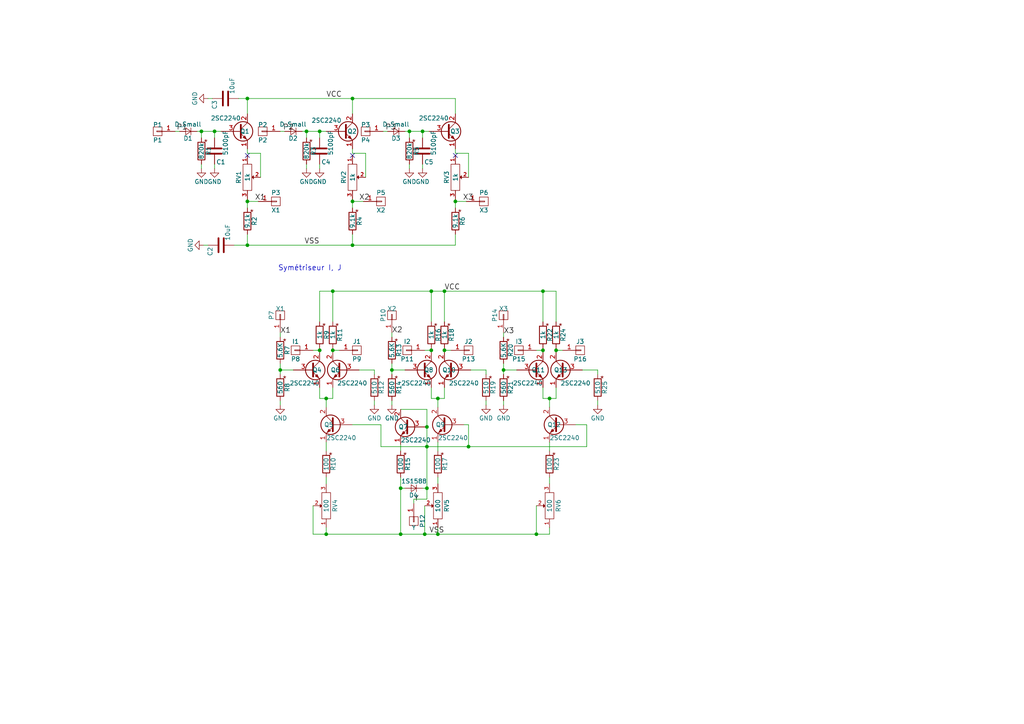
<source format=kicad_sch>
(kicad_sch (version 20230121) (generator eeschema)

  (uuid 7d9ed54d-3fc1-4a66-a75d-5cfb3bd66c6d)

  (paper "A4")

  (lib_symbols
    (symbol "carte_num-rescue:C" (pin_numbers hide) (pin_names (offset 0.254)) (in_bom yes) (on_board yes)
      (property "Reference" "C" (at 0.635 2.54 0)
        (effects (font (size 1.27 1.27)) (justify left))
      )
      (property "Value" "C" (at 0.635 -2.54 0)
        (effects (font (size 1.27 1.27)) (justify left))
      )
      (property "Footprint" "" (at 0.9652 -3.81 0)
        (effects (font (size 1.27 1.27)))
      )
      (property "Datasheet" "" (at 0 0 0)
        (effects (font (size 1.27 1.27)))
      )
      (property "ki_fp_filters" "C? C_????_* C_???? SMD*_c Capacitor*" (at 0 0 0)
        (effects (font (size 1.27 1.27)) hide)
      )
      (symbol "C_0_1"
        (polyline
          (pts
            (xy -2.032 -0.762)
            (xy 2.032 -0.762)
          )
          (stroke (width 0.508) (type default))
          (fill (type none))
        )
        (polyline
          (pts
            (xy -2.032 0.762)
            (xy 2.032 0.762)
          )
          (stroke (width 0.508) (type default))
          (fill (type none))
        )
      )
      (symbol "C_1_1"
        (pin passive line (at 0 3.81 270) (length 2.794)
          (name "~" (effects (font (size 1.27 1.27))))
          (number "1" (effects (font (size 1.27 1.27))))
        )
        (pin passive line (at 0 -3.81 90) (length 2.794)
          (name "~" (effects (font (size 1.27 1.27))))
          (number "2" (effects (font (size 1.27 1.27))))
        )
      )
    )
    (symbol "carte_num-rescue:CONN_01X01" (pin_names (offset 1.016) hide) (in_bom yes) (on_board yes)
      (property "Reference" "P" (at 0 2.54 0)
        (effects (font (size 1.27 1.27)))
      )
      (property "Value" "CONN_01X01" (at 2.54 0 90)
        (effects (font (size 1.27 1.27)))
      )
      (property "Footprint" "" (at 0 0 0)
        (effects (font (size 1.27 1.27)))
      )
      (property "Datasheet" "" (at 0 0 0)
        (effects (font (size 1.27 1.27)))
      )
      (property "ki_fp_filters" "Pin_Header_Straight_1X01 Pin_Header_Angled_1X01 Socket_Strip_Straight_1X01 Socket_Strip_Angled_1X01" (at 0 0 0)
        (effects (font (size 1.27 1.27)) hide)
      )
      (symbol "CONN_01X01_0_1"
        (rectangle (start -1.27 0.127) (end 0.254 -0.127)
          (stroke (width 0) (type default))
          (fill (type none))
        )
        (rectangle (start -1.27 1.27) (end 1.27 -1.27)
          (stroke (width 0) (type default))
          (fill (type none))
        )
      )
      (symbol "CONN_01X01_1_1"
        (pin passive line (at -5.08 0 0) (length 3.81)
          (name "P1" (effects (font (size 1.27 1.27))))
          (number "1" (effects (font (size 1.27 1.27))))
        )
      )
    )
    (symbol "carte_num-rescue:D_Small" (pin_numbers hide) (pin_names (offset 0.254) hide) (in_bom yes) (on_board yes)
      (property "Reference" "D" (at -1.27 2.032 0)
        (effects (font (size 1.27 1.27)) (justify left))
      )
      (property "Value" "D_Small" (at -3.81 -2.032 0)
        (effects (font (size 1.27 1.27)) (justify left))
      )
      (property "Footprint" "" (at 0 0 90)
        (effects (font (size 1.27 1.27)))
      )
      (property "Datasheet" "" (at 0 0 90)
        (effects (font (size 1.27 1.27)))
      )
      (property "ki_fp_filters" "Diode_* D-Pak_TO252AA *SingleDiode *SingleDiode* *_Diode_*" (at 0 0 0)
        (effects (font (size 1.27 1.27)) hide)
      )
      (symbol "D_Small_0_1"
        (polyline
          (pts
            (xy -0.762 -1.016)
            (xy -0.762 1.016)
          )
          (stroke (width 0) (type default))
          (fill (type none))
        )
        (polyline
          (pts
            (xy -0.762 0)
            (xy 0.762 0)
          )
          (stroke (width 0) (type default))
          (fill (type none))
        )
        (polyline
          (pts
            (xy 0.762 -1.016)
            (xy -0.762 0)
            (xy 0.762 1.016)
            (xy 0.762 -1.016)
          )
          (stroke (width 0) (type default))
          (fill (type none))
        )
      )
      (symbol "D_Small_1_1"
        (pin passive line (at -2.54 0 0) (length 1.778)
          (name "K" (effects (font (size 1.27 1.27))))
          (number "1" (effects (font (size 1.27 1.27))))
        )
        (pin passive line (at 2.54 0 180) (length 1.778)
          (name "A" (effects (font (size 1.27 1.27))))
          (number "2" (effects (font (size 1.27 1.27))))
        )
      )
    )
    (symbol "carte_num-rescue:GND" (power) (pin_names (offset 0)) (in_bom yes) (on_board yes)
      (property "Reference" "#PWR" (at 0 -6.35 0)
        (effects (font (size 1.27 1.27)) hide)
      )
      (property "Value" "GND" (at 0 -3.81 0)
        (effects (font (size 1.27 1.27)))
      )
      (property "Footprint" "" (at 0 0 0)
        (effects (font (size 1.27 1.27)))
      )
      (property "Datasheet" "" (at 0 0 0)
        (effects (font (size 1.27 1.27)))
      )
      (symbol "GND_0_1"
        (polyline
          (pts
            (xy 0 0)
            (xy 0 -1.27)
            (xy 1.27 -1.27)
            (xy 0 -2.54)
            (xy -1.27 -1.27)
            (xy 0 -1.27)
          )
          (stroke (width 0) (type default))
          (fill (type none))
        )
      )
      (symbol "GND_1_1"
        (pin power_in line (at 0 0 270) (length 0) hide
          (name "GND" (effects (font (size 1.27 1.27))))
          (number "1" (effects (font (size 1.27 1.27))))
        )
      )
    )
    (symbol "carte_num-rescue:POT-RESCUE-carte_num" (pin_names (offset 1.016) hide) (in_bom yes) (on_board yes)
      (property "Reference" "RV" (at 0 -2.54 0)
        (effects (font (size 1.27 1.27)))
      )
      (property "Value" "POT-RESCUE-carte_num" (at 0 0 0)
        (effects (font (size 1.27 1.27)))
      )
      (property "Footprint" "" (at 0 0 0)
        (effects (font (size 1.27 1.27)))
      )
      (property "Datasheet" "" (at 0 0 0)
        (effects (font (size 1.27 1.27)))
      )
      (symbol "POT-RESCUE-carte_num_0_1"
        (rectangle (start -3.81 1.27) (end 3.81 -1.27)
          (stroke (width 0) (type default))
          (fill (type none))
        )
        (polyline
          (pts
            (xy 0 1.27)
            (xy -0.508 1.778)
            (xy 0.508 1.778)
          )
          (stroke (width 0) (type default))
          (fill (type outline))
        )
      )
      (symbol "POT-RESCUE-carte_num_1_1"
        (pin passive line (at -6.35 0 0) (length 2.54)
          (name "1" (effects (font (size 1.016 1.016))))
          (number "1" (effects (font (size 1.016 1.016))))
        )
        (pin passive line (at 0 3.81 270) (length 2.032)
          (name "2" (effects (font (size 1.016 1.016))))
          (number "2" (effects (font (size 1.016 1.016))))
        )
        (pin passive line (at 6.35 0 180) (length 2.54)
          (name "3" (effects (font (size 1.016 1.016))))
          (number "3" (effects (font (size 1.016 1.016))))
        )
      )
    )
    (symbol "carte_num-rescue:Q_NPN_ECB" (pin_names (offset 0) hide) (in_bom yes) (on_board yes)
      (property "Reference" "Q" (at 5.08 1.27 0)
        (effects (font (size 1.27 1.27)) (justify left))
      )
      (property "Value" "Q_NPN_ECB" (at 5.08 -1.27 0)
        (effects (font (size 1.27 1.27)) (justify left))
      )
      (property "Footprint" "" (at 5.08 2.54 0)
        (effects (font (size 1.27 1.27)))
      )
      (property "Datasheet" "" (at 0 0 0)
        (effects (font (size 1.27 1.27)))
      )
      (symbol "Q_NPN_ECB_0_1"
        (polyline
          (pts
            (xy 0.635 0.635)
            (xy 2.54 2.54)
          )
          (stroke (width 0) (type default))
          (fill (type none))
        )
        (polyline
          (pts
            (xy 0.635 -0.635)
            (xy 2.54 -2.54)
            (xy 2.54 -2.54)
          )
          (stroke (width 0) (type default))
          (fill (type none))
        )
        (polyline
          (pts
            (xy 0.635 1.905)
            (xy 0.635 -1.905)
            (xy 0.635 -1.905)
          )
          (stroke (width 0.508) (type default))
          (fill (type none))
        )
        (polyline
          (pts
            (xy 1.27 -1.778)
            (xy 1.778 -1.27)
            (xy 2.286 -2.286)
            (xy 1.27 -1.778)
            (xy 1.27 -1.778)
          )
          (stroke (width 0) (type default))
          (fill (type outline))
        )
        (circle (center 1.27 0) (radius 2.8194)
          (stroke (width 0.254) (type default))
          (fill (type none))
        )
      )
      (symbol "Q_NPN_ECB_1_1"
        (pin passive line (at 2.54 -5.08 90) (length 2.54)
          (name "E" (effects (font (size 1.27 1.27))))
          (number "1" (effects (font (size 1.27 1.27))))
        )
        (pin passive line (at 2.54 5.08 270) (length 2.54)
          (name "C" (effects (font (size 1.27 1.27))))
          (number "2" (effects (font (size 1.27 1.27))))
        )
        (pin passive line (at -5.08 0 0) (length 5.715)
          (name "B" (effects (font (size 1.27 1.27))))
          (number "3" (effects (font (size 1.27 1.27))))
        )
      )
    )
    (symbol "carte_num-rescue:R" (pin_numbers hide) (pin_names (offset 0)) (in_bom yes) (on_board yes)
      (property "Reference" "R" (at 2.032 0 90)
        (effects (font (size 1.27 1.27)))
      )
      (property "Value" "R" (at 0 0 90)
        (effects (font (size 1.27 1.27)))
      )
      (property "Footprint" "" (at -1.778 0 90)
        (effects (font (size 1.27 1.27)))
      )
      (property "Datasheet" "" (at 0 0 0)
        (effects (font (size 1.27 1.27)))
      )
      (property "ki_fp_filters" "R_* Resistor_*" (at 0 0 0)
        (effects (font (size 1.27 1.27)) hide)
      )
      (symbol "R_0_0"
        (text "*" (at 1.27 2.54 0)
          (effects (font (size 1.524 1.524)))
        )
      )
      (symbol "R_0_1"
        (rectangle (start -1.016 -2.54) (end 1.016 2.54)
          (stroke (width 0.254) (type default))
          (fill (type none))
        )
      )
      (symbol "R_1_1"
        (pin passive line (at 0 3.81 270) (length 1.27)
          (name "~" (effects (font (size 1.27 1.27))))
          (number "1" (effects (font (size 1.27 1.27))))
        )
        (pin passive line (at 0 -3.81 90) (length 1.27)
          (name "~" (effects (font (size 1.27 1.27))))
          (number "2" (effects (font (size 1.27 1.27))))
        )
      )
    )
  )

  (junction (at 159.385 115.57) (diameter 0) (color 0 0 0 0)
    (uuid 0709982a-8f55-44fa-b0be-ee80715cd796)
  )
  (junction (at 116.205 154.94) (diameter 0) (color 0 0 0 0)
    (uuid 0a3da005-74c3-496e-b874-81ee26a76b4e)
  )
  (junction (at 92.71 38.1) (diameter 0) (color 0 0 0 0)
    (uuid 0d9b55e2-d402-4ce5-9980-c85f93771b48)
  )
  (junction (at 128.905 84.455) (diameter 0) (color 0 0 0 0)
    (uuid 0e64d43c-3886-4ddb-be74-69ee55cb764b)
  )
  (junction (at 157.48 101.6) (diameter 0) (color 0 0 0 0)
    (uuid 1c504915-4b58-4e16-b368-4fb485fa5031)
  )
  (junction (at 94.615 115.57) (diameter 0) (color 0 0 0 0)
    (uuid 1c6f8b36-dfc8-4ef2-b274-8818a9ef7e75)
  )
  (junction (at 135.89 129.54) (diameter 0) (color 0 0 0 0)
    (uuid 27a28a7f-47c2-4080-b760-de1b77df61eb)
  )
  (junction (at 123.825 141.605) (diameter 0) (color 0 0 0 0)
    (uuid 2d797e24-bdb0-4aeb-b625-835afdc177ce)
  )
  (junction (at 102.235 71.12) (diameter 0) (color 0 0 0 0)
    (uuid 402503a8-e1bf-45fe-814a-07edaad92296)
  )
  (junction (at 132.08 58.42) (diameter 0) (color 0 0 0 0)
    (uuid 4409434f-7ea0-40e0-9dfc-a93ba1c7b868)
  )
  (junction (at 123.825 123.825) (diameter 0) (color 0 0 0 0)
    (uuid 502eba67-999a-4be2-8378-16e494ddba47)
  )
  (junction (at 88.9 38.1) (diameter 0) (color 0 0 0 0)
    (uuid 5407291e-b9a4-44d5-af62-4e44a250fdc4)
  )
  (junction (at 155.575 154.94) (diameter 0) (color 0 0 0 0)
    (uuid 54f9a5cd-3c21-4942-a4e0-b893489365fb)
  )
  (junction (at 92.71 101.6) (diameter 0) (color 0 0 0 0)
    (uuid 5c7ce394-6cf8-4fed-b0fa-ba9dbd431b8e)
  )
  (junction (at 125.095 101.6) (diameter 0) (color 0 0 0 0)
    (uuid 5cd2b3d2-a0e7-4437-b087-db736d1ea4e5)
  )
  (junction (at 102.235 58.42) (diameter 0) (color 0 0 0 0)
    (uuid 68119d48-4ecd-4fdd-84f9-9dc6a354a63c)
  )
  (junction (at 116.205 141.605) (diameter 0) (color 0 0 0 0)
    (uuid 6ac218ac-26be-408e-b4bc-9b2361066528)
  )
  (junction (at 96.52 101.6) (diameter 0) (color 0 0 0 0)
    (uuid 80c13c96-b75d-4739-a5af-64f7301726fe)
  )
  (junction (at 113.665 107.315) (diameter 0) (color 0 0 0 0)
    (uuid 867a8d70-cede-4aad-a821-3855ba52434a)
  )
  (junction (at 123.825 129.54) (diameter 0) (color 0 0 0 0)
    (uuid 8ce4998d-107e-4542-b7f1-a526e2a9b9cc)
  )
  (junction (at 94.615 154.94) (diameter 0) (color 0 0 0 0)
    (uuid 9397e740-8fa7-49a5-b2bb-d436ff66ce8b)
  )
  (junction (at 96.52 84.455) (diameter 0) (color 0 0 0 0)
    (uuid 94b1df51-7fa7-4814-a8c7-ebc2c66d607f)
  )
  (junction (at 128.905 101.6) (diameter 0) (color 0 0 0 0)
    (uuid 9ad168b1-15c4-4896-b6ed-6f996afb25c4)
  )
  (junction (at 161.29 101.6) (diameter 0) (color 0 0 0 0)
    (uuid a1dfbf8d-8db4-4aaf-9435-5c2c94e64289)
  )
  (junction (at 71.755 71.12) (diameter 0) (color 0 0 0 0)
    (uuid aa5020eb-133d-4e66-adce-16d40b587702)
  )
  (junction (at 118.745 38.1) (diameter 0) (color 0 0 0 0)
    (uuid ab94b72f-c4ba-405d-9a30-a9fc928dc417)
  )
  (junction (at 127 115.57) (diameter 0) (color 0 0 0 0)
    (uuid b1cfdc72-1767-4313-bdff-d58fc005ea23)
  )
  (junction (at 125.095 84.455) (diameter 0) (color 0 0 0 0)
    (uuid bcd7d2ac-1f8a-459f-a8d0-7c818cc0abe4)
  )
  (junction (at 157.48 84.455) (diameter 0) (color 0 0 0 0)
    (uuid c2670e43-2db9-45e0-b679-7afadd4421a7)
  )
  (junction (at 71.755 58.42) (diameter 0) (color 0 0 0 0)
    (uuid ce512c13-fa35-47ab-b672-63d235491afa)
  )
  (junction (at 127 154.94) (diameter 0) (color 0 0 0 0)
    (uuid d0fb8c22-9fbc-48cc-948f-46ee8d883bc5)
  )
  (junction (at 102.235 28.575) (diameter 0) (color 0 0 0 0)
    (uuid ddd55905-3c9a-4b1b-9032-6c0accb0b60d)
  )
  (junction (at 146.05 107.315) (diameter 0) (color 0 0 0 0)
    (uuid df081255-7762-45a6-879d-e331ec31b5a5)
  )
  (junction (at 62.23 38.1) (diameter 0) (color 0 0 0 0)
    (uuid e14561c0-50ae-418a-a6ec-6ef86128ef4b)
  )
  (junction (at 122.555 38.1) (diameter 0) (color 0 0 0 0)
    (uuid e1ad60eb-4ff2-4c16-b24a-d5ad8b6c664e)
  )
  (junction (at 81.28 107.315) (diameter 0) (color 0 0 0 0)
    (uuid ef912568-1d7f-4ddd-87bd-acd5a3d71476)
  )
  (junction (at 123.19 154.94) (diameter 0) (color 0 0 0 0)
    (uuid f3a4f9e8-88e5-45a8-ac07-e1f166e50232)
  )
  (junction (at 71.755 28.575) (diameter 0) (color 0 0 0 0)
    (uuid f8481038-c2e0-445b-b6a0-2f7c432c3372)
  )
  (junction (at 58.42 38.1) (diameter 0) (color 0 0 0 0)
    (uuid fa8fbcd6-3246-40f7-8e05-ece454d45c90)
  )

  (no_connect (at 102.235 45.085) (uuid 1d3a517a-4011-44c5-b6a6-6407d1ff5b49))
  (no_connect (at 71.755 45.085) (uuid 40a4db45-7067-42db-94a7-70978002cbc4))
  (no_connect (at 132.08 45.085) (uuid f1494f35-310b-4a4e-ad67-ff8357f54b95))

  (wire (pts (xy 128.905 84.455) (xy 157.48 84.455))
    (stroke (width 0) (type default))
    (uuid 0005cb97-b676-442d-b09e-7d52f579bd77)
  )
  (wire (pts (xy 58.42 38.1) (xy 58.42 40.005))
    (stroke (width 0) (type default))
    (uuid 007163a9-6b46-4498-9ae2-754f8e911051)
  )
  (wire (pts (xy 161.29 101.6) (xy 161.29 102.235))
    (stroke (width 0) (type default))
    (uuid 00f48722-1a9c-4efb-a770-618eb4ecd193)
  )
  (wire (pts (xy 123.825 129.54) (xy 135.89 129.54))
    (stroke (width 0) (type default))
    (uuid 03513e15-a937-40c7-a63c-e530b889754d)
  )
  (wire (pts (xy 123.825 123.825) (xy 123.825 129.54))
    (stroke (width 0) (type default))
    (uuid 080ddb12-4437-49ff-9553-259f0b2c6209)
  )
  (wire (pts (xy 146.05 107.315) (xy 146.05 108.585))
    (stroke (width 0) (type default))
    (uuid 09554261-8015-49c7-bea7-ce0cb5a6ac82)
  )
  (wire (pts (xy 128.905 100.965) (xy 128.905 101.6))
    (stroke (width 0) (type default))
    (uuid 0a97c215-da97-4518-9408-0f15b4672aaf)
  )
  (wire (pts (xy 75.565 44.45) (xy 71.755 44.45))
    (stroke (width 0) (type default))
    (uuid 0b8b3ee5-5024-4e70-b061-dfeaa7452540)
  )
  (wire (pts (xy 90.805 101.6) (xy 92.71 101.6))
    (stroke (width 0) (type default))
    (uuid 0bdefb3b-d25c-4987-ba43-75f9a8222d6e)
  )
  (wire (pts (xy 94.615 154.94) (xy 94.615 153.035))
    (stroke (width 0) (type default))
    (uuid 109f3283-a9f9-4d6f-8c9e-db51c9eb5762)
  )
  (wire (pts (xy 110.49 129.54) (xy 123.825 129.54))
    (stroke (width 0) (type default))
    (uuid 111bad6d-c93d-475b-9472-6417d7acae86)
  )
  (wire (pts (xy 128.905 84.455) (xy 128.905 93.345))
    (stroke (width 0) (type default))
    (uuid 12e8a40a-9f2e-4a68-861d-df7568a86fad)
  )
  (wire (pts (xy 120.015 146.05) (xy 120.015 144.78))
    (stroke (width 0) (type default))
    (uuid 14a87ad7-023b-43e7-97ef-c65894eaa3c1)
  )
  (wire (pts (xy 116.205 138.43) (xy 116.205 141.605))
    (stroke (width 0) (type default))
    (uuid 163b6395-b2bc-4d45-b5c3-c1d3586f908a)
  )
  (wire (pts (xy 116.205 130.81) (xy 116.205 128.905))
    (stroke (width 0) (type default))
    (uuid 178066e5-aa7b-4a29-8936-970a872b443f)
  )
  (wire (pts (xy 62.23 38.1) (xy 64.135 38.1))
    (stroke (width 0) (type default))
    (uuid 18aae076-753a-4902-9dda-f5e409dba931)
  )
  (wire (pts (xy 117.475 38.1) (xy 118.745 38.1))
    (stroke (width 0) (type default))
    (uuid 19ed8937-9d14-4de3-9cd5-a1752da7bdec)
  )
  (wire (pts (xy 149.86 107.315) (xy 146.05 107.315))
    (stroke (width 0) (type default))
    (uuid 1ce0e2c9-ddfb-4c18-b26d-cafeb127eb70)
  )
  (wire (pts (xy 102.235 44.45) (xy 102.235 43.18))
    (stroke (width 0) (type default))
    (uuid 1cfb5bf1-2c92-4269-89d7-d2a874cc6bc8)
  )
  (wire (pts (xy 108.585 107.315) (xy 108.585 108.585))
    (stroke (width 0) (type default))
    (uuid 1fbcf07e-5661-444f-98b8-711d5d0222db)
  )
  (wire (pts (xy 157.48 84.455) (xy 161.29 84.455))
    (stroke (width 0) (type default))
    (uuid 209b9f91-17d4-42f9-a7ab-4076e4d59728)
  )
  (wire (pts (xy 67.945 71.12) (xy 71.755 71.12))
    (stroke (width 0) (type default))
    (uuid 20b7ef27-4357-46bc-b5d3-c2659456a6fe)
  )
  (wire (pts (xy 102.235 28.575) (xy 132.08 28.575))
    (stroke (width 0) (type default))
    (uuid 21ce7d3d-314e-4a23-8261-7416a776692a)
  )
  (wire (pts (xy 71.755 28.575) (xy 71.755 33.02))
    (stroke (width 0) (type default))
    (uuid 22b6cfef-1fc6-4a83-b140-3d823c0f8338)
  )
  (wire (pts (xy 90.805 154.94) (xy 94.615 154.94))
    (stroke (width 0) (type default))
    (uuid 237f1590-24e9-4621-9732-a33b6fac9d50)
  )
  (wire (pts (xy 140.97 117.475) (xy 140.97 116.205))
    (stroke (width 0) (type default))
    (uuid 2885908f-c3cd-46d7-9707-172863727ce2)
  )
  (wire (pts (xy 74.93 58.42) (xy 71.755 58.42))
    (stroke (width 0) (type default))
    (uuid 29ef4baf-3031-4331-8c5e-1e42a7209546)
  )
  (wire (pts (xy 116.205 141.605) (xy 117.475 141.605))
    (stroke (width 0) (type default))
    (uuid 2a0a6ab9-2573-4865-be7b-4336eb79ff0c)
  )
  (wire (pts (xy 81.28 117.475) (xy 81.28 116.205))
    (stroke (width 0) (type default))
    (uuid 2a80f2e2-f476-4f7a-b7ff-723f552e3bfa)
  )
  (wire (pts (xy 155.575 154.94) (xy 159.385 154.94))
    (stroke (width 0) (type default))
    (uuid 2baabeca-c30f-4e9d-b027-58d1d503d1cc)
  )
  (wire (pts (xy 163.195 101.6) (xy 161.29 101.6))
    (stroke (width 0) (type default))
    (uuid 2c7ff089-9558-4f56-a345-59dbd679fb94)
  )
  (wire (pts (xy 159.385 118.11) (xy 159.385 115.57))
    (stroke (width 0) (type default))
    (uuid 2e4e0e34-fbfc-42a5-8cc3-b5a0da8f083c)
  )
  (wire (pts (xy 87.63 38.1) (xy 88.9 38.1))
    (stroke (width 0) (type default))
    (uuid 323e6b27-919e-4867-b531-42354c6c1825)
  )
  (wire (pts (xy 92.71 93.345) (xy 92.71 84.455))
    (stroke (width 0) (type default))
    (uuid 32b306d8-4d5f-4698-80ae-b631a57a7ea9)
  )
  (wire (pts (xy 159.385 115.57) (xy 161.29 115.57))
    (stroke (width 0) (type default))
    (uuid 330a411e-bf37-49c5-9791-ac81a2b9cbe9)
  )
  (wire (pts (xy 111.125 38.1) (xy 112.395 38.1))
    (stroke (width 0) (type default))
    (uuid 33f59a81-bfec-47d0-a9ac-daa81f6dd42d)
  )
  (wire (pts (xy 132.08 58.42) (xy 132.08 60.325))
    (stroke (width 0) (type default))
    (uuid 370c0b87-cd70-42c1-b648-eea070347a97)
  )
  (wire (pts (xy 92.71 115.57) (xy 94.615 115.57))
    (stroke (width 0) (type default))
    (uuid 3ad2b6ae-3bb4-4c0b-8ced-79954b635926)
  )
  (wire (pts (xy 96.52 101.6) (xy 96.52 102.235))
    (stroke (width 0) (type default))
    (uuid 3d0f68f6-2d1e-4a53-b173-c2227c704e09)
  )
  (wire (pts (xy 108.585 117.475) (xy 108.585 116.205))
    (stroke (width 0) (type default))
    (uuid 3d5685bc-0c1d-43c6-91ff-dc40382f6328)
  )
  (wire (pts (xy 92.71 100.965) (xy 92.71 101.6))
    (stroke (width 0) (type default))
    (uuid 43125f8d-722b-45a9-83b4-2e647f40dbeb)
  )
  (wire (pts (xy 94.615 118.11) (xy 94.615 115.57))
    (stroke (width 0) (type default))
    (uuid 4394982d-6c86-45c0-9fda-908a4a035f1a)
  )
  (wire (pts (xy 132.08 71.12) (xy 132.08 67.945))
    (stroke (width 0) (type default))
    (uuid 49b27156-66d8-4c5a-89b8-a8bcb4ac4a0b)
  )
  (wire (pts (xy 146.05 117.475) (xy 146.05 116.205))
    (stroke (width 0) (type default))
    (uuid 4b1c128f-681d-49eb-871e-3535b5e36419)
  )
  (wire (pts (xy 127 118.11) (xy 127 115.57))
    (stroke (width 0) (type default))
    (uuid 4d147ff9-a7cd-4685-b6e1-f6ceb9576f14)
  )
  (wire (pts (xy 127 140.335) (xy 127 138.43))
    (stroke (width 0) (type default))
    (uuid 4d8a5303-e8bb-40ed-89e7-96613d991d5b)
  )
  (wire (pts (xy 132.08 44.45) (xy 132.08 43.18))
    (stroke (width 0) (type default))
    (uuid 4f3e8842-3410-4539-9d1b-6380cef7130a)
  )
  (wire (pts (xy 125.095 84.455) (xy 128.905 84.455))
    (stroke (width 0) (type default))
    (uuid 513800c5-9189-4eb4-a6cc-60d0aebfebcd)
  )
  (wire (pts (xy 157.48 112.395) (xy 157.48 115.57))
    (stroke (width 0) (type default))
    (uuid 5172c4bf-73b0-4d9b-90d3-a9181fc91412)
  )
  (wire (pts (xy 123.19 101.6) (xy 125.095 101.6))
    (stroke (width 0) (type default))
    (uuid 52747953-c3da-4f7b-bf35-0cd7a9512c83)
  )
  (wire (pts (xy 159.385 128.27) (xy 159.385 130.81))
    (stroke (width 0) (type default))
    (uuid 555a2915-4596-4633-a24f-08a9d829c66e)
  )
  (wire (pts (xy 113.665 105.41) (xy 113.665 107.315))
    (stroke (width 0) (type default))
    (uuid 569284fa-197f-40fe-825f-51785458f323)
  )
  (wire (pts (xy 132.08 57.785) (xy 132.08 58.42))
    (stroke (width 0) (type default))
    (uuid 57d8495e-9d7a-4546-abe8-5383b74b647e)
  )
  (wire (pts (xy 106.045 51.435) (xy 106.045 44.45))
    (stroke (width 0) (type default))
    (uuid 58515b8f-8067-4fc8-a963-e0504fc6193e)
  )
  (wire (pts (xy 118.745 38.1) (xy 118.745 40.005))
    (stroke (width 0) (type default))
    (uuid 5b1e124a-25e4-47a6-a0cb-0e63b5e7e3c5)
  )
  (wire (pts (xy 125.095 101.6) (xy 125.095 102.235))
    (stroke (width 0) (type default))
    (uuid 5efcd9a6-f7ad-4088-bf8b-2d09d6672420)
  )
  (wire (pts (xy 157.48 115.57) (xy 159.385 115.57))
    (stroke (width 0) (type default))
    (uuid 602fb328-b33b-4673-a8c8-507b10414e9a)
  )
  (wire (pts (xy 116.205 154.94) (xy 123.19 154.94))
    (stroke (width 0) (type default))
    (uuid 61843eaa-863e-4b6a-8f4b-75b0a33fce2f)
  )
  (wire (pts (xy 127 115.57) (xy 128.905 115.57))
    (stroke (width 0) (type default))
    (uuid 61e423f4-b628-4bfa-9f42-7c3a98a516c8)
  )
  (wire (pts (xy 88.9 38.1) (xy 88.9 40.005))
    (stroke (width 0) (type default))
    (uuid 6526870b-dd68-4e96-96c7-3e58f3f09eff)
  )
  (wire (pts (xy 135.89 44.45) (xy 132.08 44.45))
    (stroke (width 0) (type default))
    (uuid 66751c7d-5e4c-437d-9b5d-8dd598010354)
  )
  (wire (pts (xy 135.89 51.435) (xy 135.89 44.45))
    (stroke (width 0) (type default))
    (uuid 68aad349-9c63-4849-a8cd-30eb544e7ac3)
  )
  (wire (pts (xy 159.385 140.335) (xy 159.385 138.43))
    (stroke (width 0) (type default))
    (uuid 6d397686-d2da-4c32-957e-19dcf95956c6)
  )
  (wire (pts (xy 92.71 38.1) (xy 94.615 38.1))
    (stroke (width 0) (type default))
    (uuid 6e334e01-0a79-4100-b10b-bd0228d8c771)
  )
  (wire (pts (xy 81.28 38.1) (xy 82.55 38.1))
    (stroke (width 0) (type default))
    (uuid 6f7c31ae-f245-4e67-ab04-b81726483a48)
  )
  (wire (pts (xy 110.49 123.19) (xy 110.49 129.54))
    (stroke (width 0) (type default))
    (uuid 72a92b68-262a-4a6f-9fbb-7636175d8af8)
  )
  (wire (pts (xy 92.71 112.395) (xy 92.71 115.57))
    (stroke (width 0) (type default))
    (uuid 72ae4308-3bae-43db-92d2-cd326a1d5beb)
  )
  (wire (pts (xy 136.525 107.315) (xy 140.97 107.315))
    (stroke (width 0) (type default))
    (uuid 737d0697-1763-4627-a8f8-d002f0b2fbf5)
  )
  (wire (pts (xy 71.755 57.785) (xy 71.755 58.42))
    (stroke (width 0) (type default))
    (uuid 73c07999-f649-481c-9371-796ee27c682d)
  )
  (wire (pts (xy 170.18 129.54) (xy 170.18 123.19))
    (stroke (width 0) (type default))
    (uuid 769c04f2-599e-4dae-a6f6-69c430d07c49)
  )
  (wire (pts (xy 113.665 96.52) (xy 113.665 97.79))
    (stroke (width 0) (type default))
    (uuid 7776f432-9512-4d8c-9c5f-a85a7c51448b)
  )
  (wire (pts (xy 161.29 100.965) (xy 161.29 101.6))
    (stroke (width 0) (type default))
    (uuid 787ba862-ce0b-46a3-8c49-7b870a3d1161)
  )
  (wire (pts (xy 161.29 84.455) (xy 161.29 93.345))
    (stroke (width 0) (type default))
    (uuid 7c076302-8e0f-4d68-8141-66ece85f3cfe)
  )
  (wire (pts (xy 122.555 48.895) (xy 122.555 47.625))
    (stroke (width 0) (type default))
    (uuid 7d6aec39-45bd-439e-8922-8d57d22930ad)
  )
  (wire (pts (xy 71.755 58.42) (xy 71.755 60.325))
    (stroke (width 0) (type default))
    (uuid 7e0af7b9-4357-4727-822c-276289bd00b4)
  )
  (wire (pts (xy 157.48 84.455) (xy 157.48 93.345))
    (stroke (width 0) (type default))
    (uuid 80236dea-663b-4319-8ee5-959b9d91ba3c)
  )
  (wire (pts (xy 125.095 100.965) (xy 125.095 101.6))
    (stroke (width 0) (type default))
    (uuid 834779cd-92d3-4f27-b94d-1b169efcb6ab)
  )
  (wire (pts (xy 155.575 154.94) (xy 155.575 146.685))
    (stroke (width 0) (type default))
    (uuid 8a4dfdf6-7392-4800-b766-073251603f26)
  )
  (wire (pts (xy 123.19 146.685) (xy 123.19 154.94))
    (stroke (width 0) (type default))
    (uuid 8af30bb0-6d1b-4733-ab61-868258ce0889)
  )
  (wire (pts (xy 102.235 58.42) (xy 102.235 60.325))
    (stroke (width 0) (type default))
    (uuid 8af574a5-14cc-42f9-bc8f-a2cddbd7a0f1)
  )
  (wire (pts (xy 123.19 154.94) (xy 127 154.94))
    (stroke (width 0) (type default))
    (uuid 8b15e8cc-b177-4e4f-af07-aeec79845100)
  )
  (wire (pts (xy 132.08 28.575) (xy 132.08 33.02))
    (stroke (width 0) (type default))
    (uuid 8bebc559-8921-4848-bd8e-1308558d53d1)
  )
  (wire (pts (xy 88.9 48.895) (xy 88.9 47.625))
    (stroke (width 0) (type default))
    (uuid 8cb56586-02c9-4beb-81e1-a62f04ee986c)
  )
  (wire (pts (xy 161.29 115.57) (xy 161.29 112.395))
    (stroke (width 0) (type default))
    (uuid 8f6eef97-da7e-40db-98ef-a6e1547f092b)
  )
  (wire (pts (xy 155.575 101.6) (xy 157.48 101.6))
    (stroke (width 0) (type default))
    (uuid 9003b6d8-4f99-4606-9aa2-9ce063711085)
  )
  (wire (pts (xy 104.14 107.315) (xy 108.585 107.315))
    (stroke (width 0) (type default))
    (uuid 91e9d3b9-4b6e-4eee-8018-44142b9edfa9)
  )
  (wire (pts (xy 127 154.94) (xy 127 153.035))
    (stroke (width 0) (type default))
    (uuid 9326ae79-3e86-443f-b38b-39afe6d5cb59)
  )
  (wire (pts (xy 102.235 71.12) (xy 102.235 67.945))
    (stroke (width 0) (type default))
    (uuid 951c1ed1-d846-4cb8-b42d-50f965f8ac8e)
  )
  (wire (pts (xy 57.15 38.1) (xy 58.42 38.1))
    (stroke (width 0) (type default))
    (uuid 961b8893-0281-48fa-8db2-83535d021934)
  )
  (wire (pts (xy 102.235 71.12) (xy 132.08 71.12))
    (stroke (width 0) (type default))
    (uuid 993db5e0-fdce-48d1-bd01-5bf12ff8666a)
  )
  (wire (pts (xy 85.09 107.315) (xy 81.28 107.315))
    (stroke (width 0) (type default))
    (uuid 9d945fa8-2c3a-4bb3-9ca0-1b8c64bbc88e)
  )
  (wire (pts (xy 62.23 38.1) (xy 62.23 40.005))
    (stroke (width 0) (type default))
    (uuid 9d9f8317-8be0-48d9-b6f7-7c829d5e16d6)
  )
  (wire (pts (xy 105.41 58.42) (xy 102.235 58.42))
    (stroke (width 0) (type default))
    (uuid 9daaf2ea-d849-412c-920e-ba4102b43d05)
  )
  (wire (pts (xy 168.91 107.315) (xy 173.355 107.315))
    (stroke (width 0) (type default))
    (uuid 9e4b4b90-58ee-4e55-8ecf-4d2e2b00a273)
  )
  (wire (pts (xy 96.52 84.455) (xy 125.095 84.455))
    (stroke (width 0) (type default))
    (uuid 9ec87359-66a5-412b-9364-8b3c06b1d679)
  )
  (wire (pts (xy 92.71 48.895) (xy 92.71 47.625))
    (stroke (width 0) (type default))
    (uuid 9f5396d8-28cd-458e-bcc0-a1fd45730938)
  )
  (wire (pts (xy 106.045 44.45) (xy 102.235 44.45))
    (stroke (width 0) (type default))
    (uuid 9f63e6fe-c465-4ce0-9c33-5c211cc19cd2)
  )
  (wire (pts (xy 146.05 96.52) (xy 146.05 97.79))
    (stroke (width 0) (type default))
    (uuid 9fe5e572-a415-4d90-af89-0434f27f63fe)
  )
  (wire (pts (xy 62.23 48.895) (xy 62.23 47.625))
    (stroke (width 0) (type default))
    (uuid a4949c18-00e7-4c8a-9154-03d7cb66cdda)
  )
  (wire (pts (xy 96.52 93.345) (xy 96.52 84.455))
    (stroke (width 0) (type default))
    (uuid a4d54e9e-a96e-4ddd-aa30-a988e1fa8f43)
  )
  (wire (pts (xy 71.755 71.12) (xy 71.755 67.945))
    (stroke (width 0) (type default))
    (uuid a5b40d16-5f2f-4a31-9a6a-d534e0884ac3)
  )
  (wire (pts (xy 118.745 48.895) (xy 118.745 47.625))
    (stroke (width 0) (type default))
    (uuid a7b47913-4ac9-4e96-bcd0-93aead1419aa)
  )
  (wire (pts (xy 96.52 115.57) (xy 96.52 112.395))
    (stroke (width 0) (type default))
    (uuid a84c6222-575c-4073-a4f1-2e1737808c98)
  )
  (wire (pts (xy 125.095 84.455) (xy 125.095 93.345))
    (stroke (width 0) (type default))
    (uuid a84d70c6-7615-4735-b2ee-d2fce071323c)
  )
  (wire (pts (xy 90.805 146.685) (xy 90.805 154.94))
    (stroke (width 0) (type default))
    (uuid a87cab61-e6ab-4d41-b4f2-62ed6b751cc4)
  )
  (wire (pts (xy 102.235 57.785) (xy 102.235 58.42))
    (stroke (width 0) (type default))
    (uuid ac07c7c0-06d0-4e52-a23e-84e66c7bd323)
  )
  (wire (pts (xy 135.89 123.19) (xy 134.62 123.19))
    (stroke (width 0) (type default))
    (uuid acf5c9fa-a305-476c-aad1-50d2c3f23b35)
  )
  (wire (pts (xy 117.475 107.315) (xy 113.665 107.315))
    (stroke (width 0) (type default))
    (uuid ad68f974-75c7-4061-9fab-4ac8c2bd91fc)
  )
  (wire (pts (xy 120.015 144.78) (xy 123.825 144.78))
    (stroke (width 0) (type default))
    (uuid aed00f04-518a-4bc0-9abb-c7581ae5df78)
  )
  (wire (pts (xy 60.325 28.575) (xy 61.595 28.575))
    (stroke (width 0) (type default))
    (uuid aeeec340-139a-4a7f-a6d5-34cc78d27e96)
  )
  (wire (pts (xy 173.355 107.315) (xy 173.355 108.585))
    (stroke (width 0) (type default))
    (uuid b1c9de7c-4e19-4f25-ab77-876584c61840)
  )
  (wire (pts (xy 130.81 101.6) (xy 128.905 101.6))
    (stroke (width 0) (type default))
    (uuid b621fcce-ab08-4b46-8b5e-c22184c60c54)
  )
  (wire (pts (xy 123.825 129.54) (xy 123.825 141.605))
    (stroke (width 0) (type default))
    (uuid b63c8f37-4e03-4bab-a3ee-376bcebccc69)
  )
  (wire (pts (xy 123.825 118.745) (xy 123.825 123.825))
    (stroke (width 0) (type default))
    (uuid bb9927ab-e780-4a76-8f1d-37629c9d5b19)
  )
  (wire (pts (xy 140.97 107.315) (xy 140.97 108.585))
    (stroke (width 0) (type default))
    (uuid bbb27b39-d30d-46e9-9f32-34345f3a2a32)
  )
  (wire (pts (xy 127 154.94) (xy 155.575 154.94))
    (stroke (width 0) (type default))
    (uuid bbe369a9-7fd4-4612-9ffa-878b3f280a00)
  )
  (wire (pts (xy 146.05 105.41) (xy 146.05 107.315))
    (stroke (width 0) (type default))
    (uuid beff5026-fa6c-40ff-9149-c5dcd4ae0226)
  )
  (wire (pts (xy 71.755 71.12) (xy 102.235 71.12))
    (stroke (width 0) (type default))
    (uuid bf18d655-75f5-4865-9e63-133cdd1c67e6)
  )
  (wire (pts (xy 122.555 38.1) (xy 124.46 38.1))
    (stroke (width 0) (type default))
    (uuid bf2cd9ae-3d20-4354-ace7-89af80268b34)
  )
  (wire (pts (xy 157.48 101.6) (xy 157.48 102.235))
    (stroke (width 0) (type default))
    (uuid bf8dc644-f046-4d05-819e-c82eba17a195)
  )
  (wire (pts (xy 94.615 154.94) (xy 116.205 154.94))
    (stroke (width 0) (type default))
    (uuid c034805f-c6ec-4de1-af46-cee17c33b95d)
  )
  (wire (pts (xy 135.255 58.42) (xy 132.08 58.42))
    (stroke (width 0) (type default))
    (uuid c3a84202-d60d-4553-9fca-b681263229fd)
  )
  (wire (pts (xy 50.8 38.1) (xy 52.07 38.1))
    (stroke (width 0) (type default))
    (uuid c5a2ffa7-05e7-462c-9897-c5bb5e50987e)
  )
  (wire (pts (xy 135.89 129.54) (xy 135.89 123.19))
    (stroke (width 0) (type default))
    (uuid c830f52b-7eb1-421b-a691-848f6891a360)
  )
  (wire (pts (xy 94.615 128.27) (xy 94.615 130.81))
    (stroke (width 0) (type default))
    (uuid c931b506-28c1-4912-9ac1-e98b810b830f)
  )
  (wire (pts (xy 128.905 115.57) (xy 128.905 112.395))
    (stroke (width 0) (type default))
    (uuid c9a86186-d01a-4521-b787-92a832ab2387)
  )
  (wire (pts (xy 159.385 154.94) (xy 159.385 153.035))
    (stroke (width 0) (type default))
    (uuid ca9982da-f2b7-489c-9d94-bf61fb283921)
  )
  (wire (pts (xy 75.565 51.435) (xy 75.565 44.45))
    (stroke (width 0) (type default))
    (uuid cabf5439-d242-4d1d-a61c-3a2daa7c9e21)
  )
  (wire (pts (xy 102.235 123.19) (xy 110.49 123.19))
    (stroke (width 0) (type default))
    (uuid cc1ca364-b9a2-49b9-a765-84c6fc14bf42)
  )
  (wire (pts (xy 170.18 123.19) (xy 167.005 123.19))
    (stroke (width 0) (type default))
    (uuid cc86b380-f616-42f3-836e-b4ffe9f81f0a)
  )
  (wire (pts (xy 92.71 101.6) (xy 92.71 102.235))
    (stroke (width 0) (type default))
    (uuid cf15a963-5ef9-4535-92e4-145ebdd8f041)
  )
  (wire (pts (xy 58.42 38.1) (xy 62.23 38.1))
    (stroke (width 0) (type default))
    (uuid cf651840-d86a-4699-95fa-0aae1c7c11c0)
  )
  (wire (pts (xy 94.615 140.335) (xy 94.615 138.43))
    (stroke (width 0) (type default))
    (uuid d1005d94-1e93-4472-a89f-57a1759da041)
  )
  (wire (pts (xy 92.71 84.455) (xy 96.52 84.455))
    (stroke (width 0) (type default))
    (uuid d26d2a96-0aa0-4c15-833f-84ccb577fc88)
  )
  (wire (pts (xy 98.425 101.6) (xy 96.52 101.6))
    (stroke (width 0) (type default))
    (uuid d2fdceff-fe30-4545-a5db-cb39e9eaf142)
  )
  (wire (pts (xy 71.755 44.45) (xy 71.755 43.18))
    (stroke (width 0) (type default))
    (uuid d4a4f02b-4871-4892-a5d5-1a920d144b3c)
  )
  (wire (pts (xy 69.215 28.575) (xy 71.755 28.575))
    (stroke (width 0) (type default))
    (uuid d5e60898-5409-449c-9768-a27d1f73471c)
  )
  (wire (pts (xy 81.28 96.52) (xy 81.28 97.79))
    (stroke (width 0) (type default))
    (uuid d82b3465-27d7-4f13-9355-7cae7e9ecbdd)
  )
  (wire (pts (xy 173.355 117.475) (xy 173.355 116.205))
    (stroke (width 0) (type default))
    (uuid da108736-a518-4999-85a9-f1d22f3b94c3)
  )
  (wire (pts (xy 113.665 117.475) (xy 113.665 116.205))
    (stroke (width 0) (type default))
    (uuid da2eb179-78f7-49a8-b45c-a5f12d70474f)
  )
  (wire (pts (xy 122.555 38.1) (xy 122.555 40.005))
    (stroke (width 0) (type default))
    (uuid db7dec18-19e6-4048-80fa-b2079acaf8fa)
  )
  (wire (pts (xy 127 128.27) (xy 127 130.81))
    (stroke (width 0) (type default))
    (uuid e0ca17e0-74c1-4363-bc09-4fbf86b69828)
  )
  (wire (pts (xy 116.205 118.745) (xy 123.825 118.745))
    (stroke (width 0) (type default))
    (uuid e21208ec-ce4f-44aa-8fb1-5f9810e2c70f)
  )
  (wire (pts (xy 125.095 112.395) (xy 125.095 115.57))
    (stroke (width 0) (type default))
    (uuid e2b19dde-b3c2-42d4-8819-90d0795d8674)
  )
  (wire (pts (xy 128.905 101.6) (xy 128.905 102.235))
    (stroke (width 0) (type default))
    (uuid e509c8dc-90d3-466b-b6aa-64dd5d08d499)
  )
  (wire (pts (xy 122.555 141.605) (xy 123.825 141.605))
    (stroke (width 0) (type default))
    (uuid e6b1be0c-86fa-4826-be16-b8cf58561d42)
  )
  (wire (pts (xy 157.48 100.965) (xy 157.48 101.6))
    (stroke (width 0) (type default))
    (uuid e9f29b27-9d79-45cc-94b1-06213e7900ac)
  )
  (wire (pts (xy 94.615 115.57) (xy 96.52 115.57))
    (stroke (width 0) (type default))
    (uuid eac9d42b-5252-4d1a-ad89-8536100aaaf2)
  )
  (wire (pts (xy 58.42 48.895) (xy 58.42 47.625))
    (stroke (width 0) (type default))
    (uuid eb21934b-e3c1-4460-a5af-6ae822640cfa)
  )
  (wire (pts (xy 113.665 107.315) (xy 113.665 108.585))
    (stroke (width 0) (type default))
    (uuid eb7c281c-8eae-4af3-89d4-ee8e6e5ac38c)
  )
  (wire (pts (xy 92.71 38.1) (xy 92.71 40.005))
    (stroke (width 0) (type default))
    (uuid ed7fc462-a5ad-4119-8cf5-6f78198e61f6)
  )
  (wire (pts (xy 88.9 38.1) (xy 92.71 38.1))
    (stroke (width 0) (type default))
    (uuid ef45dc81-5fa1-4e02-92ef-b1f6a2c0504c)
  )
  (wire (pts (xy 81.28 105.41) (xy 81.28 107.315))
    (stroke (width 0) (type default))
    (uuid f02a8112-3f1e-408c-acc4-897bc235c934)
  )
  (wire (pts (xy 116.205 141.605) (xy 116.205 154.94))
    (stroke (width 0) (type default))
    (uuid f12f7641-0e59-4734-bc72-f8626dc51811)
  )
  (wire (pts (xy 135.89 129.54) (xy 170.18 129.54))
    (stroke (width 0) (type default))
    (uuid f23a9f8e-dd3f-4ad5-a1a8-4ca792554b2d)
  )
  (wire (pts (xy 123.825 141.605) (xy 123.825 144.78))
    (stroke (width 0) (type default))
    (uuid f4a543fc-53ee-4d52-8413-91c83c190ced)
  )
  (wire (pts (xy 96.52 100.965) (xy 96.52 101.6))
    (stroke (width 0) (type default))
    (uuid f6ccdbba-c763-42a0-8430-4e9ef066d14c)
  )
  (wire (pts (xy 125.095 115.57) (xy 127 115.57))
    (stroke (width 0) (type default))
    (uuid f8691043-5fa2-4192-8599-9997c2262fe2)
  )
  (wire (pts (xy 81.28 107.315) (xy 81.28 108.585))
    (stroke (width 0) (type default))
    (uuid f9179c37-d480-4fcf-80dd-7bed1d7529e2)
  )
  (wire (pts (xy 71.755 28.575) (xy 102.235 28.575))
    (stroke (width 0) (type default))
    (uuid f96bec41-361c-4cd9-8a53-99d4127f9286)
  )
  (wire (pts (xy 102.235 28.575) (xy 102.235 33.02))
    (stroke (width 0) (type default))
    (uuid fa6ab5b0-22e6-48dd-ad27-9beab95062e5)
  )
  (wire (pts (xy 59.055 71.12) (xy 60.325 71.12))
    (stroke (width 0) (type default))
    (uuid fb30be3e-a38c-447d-9771-7c02c2f05d08)
  )
  (wire (pts (xy 118.745 38.1) (xy 122.555 38.1))
    (stroke (width 0) (type default))
    (uuid fbb02b64-3067-40d1-b8f4-c8bcfc9501ec)
  )

  (text "Symétriseur I, J\n" (at 80.645 78.74 0)
    (effects (font (size 1.524 1.524)) (justify left bottom))
    (uuid 5fe54921-196b-4d47-909d-45f21a5985ad)
  )

  (label "X3" (at 134.239 58.42 0) (fields_autoplaced)
    (effects (font (size 1.524 1.524)) (justify left bottom))
    (uuid 190c86b4-ba35-4aea-b697-d96f4413cfff)
  )
  (label "X1" (at 81.28 97.028 0) (fields_autoplaced)
    (effects (font (size 1.524 1.524)) (justify left bottom))
    (uuid 28a7d1d0-eb63-4173-b77e-0148094f46ef)
  )
  (label "X3" (at 146.05 97.155 0) (fields_autoplaced)
    (effects (font (size 1.524 1.524)) (justify left bottom))
    (uuid 405afa4d-b203-4e31-8b1d-4bc818634e8c)
  )
  (label "VSS" (at 124.46 154.94 0) (fields_autoplaced)
    (effects (font (size 1.524 1.524)) (justify left bottom))
    (uuid 689a8c90-0293-4412-91f6-3171499bba17)
  )
  (label "P3" (at 111.76 38.1 0) (fields_autoplaced)
    (effects (font (size 1.524 1.524)) (justify left bottom))
    (uuid 7b60889c-ab35-4304-b6a5-5620b0950209)
  )
  (label "VSS" (at 88.265 71.12 0) (fields_autoplaced)
    (effects (font (size 1.524 1.524)) (justify left bottom))
    (uuid 7d1d1d61-7261-4e2e-b50d-a5b71ef49b4f)
  )
  (label "X2" (at 113.665 96.901 0) (fields_autoplaced)
    (effects (font (size 1.524 1.524)) (justify left bottom))
    (uuid 7d4e90ae-e1df-41fe-8fb8-ce70fc67dc21)
  )
  (label "Y" (at 120.015 145.796 0) (fields_autoplaced)
    (effects (font (size 1.524 1.524)) (justify left bottom))
    (uuid 9bdefe4b-eb45-479c-a6da-13abccfd8d55)
  )
  (label "X1" (at 73.914 58.42 0) (fields_autoplaced)
    (effects (font (size 1.524 1.524)) (justify left bottom))
    (uuid a889dfa5-87d1-4365-9423-577a82492854)
  )
  (label "VCC" (at 94.615 28.575 0) (fields_autoplaced)
    (effects (font (size 1.524 1.524)) (justify left bottom))
    (uuid cfc0f600-a454-4c98-b3b5-8019b506808b)
  )
  (label "P2" (at 82.042 38.1 0) (fields_autoplaced)
    (effects (font (size 1.524 1.524)) (justify left bottom))
    (uuid da883eba-9ee3-4df3-ab8d-bce3b73fe8a8)
  )
  (label "X2" (at 104.14 58.42 0) (fields_autoplaced)
    (effects (font (size 1.524 1.524)) (justify left bottom))
    (uuid e1660059-fb13-496e-986f-217c47e458bc)
  )
  (label "P1" (at 51.181 38.1 0) (fields_autoplaced)
    (effects (font (size 1.524 1.524)) (justify left bottom))
    (uuid e9808ad2-9bd9-485d-9cd8-dc54a0dae1b4)
  )
  (label "VCC" (at 128.905 84.455 0) (fields_autoplaced)
    (effects (font (size 1.524 1.524)) (justify left bottom))
    (uuid ef9f641c-a347-4add-a1b7-4736079519cc)
  )

  (symbol (lib_id "carte_num-rescue:POT-RESCUE-carte_num") (at 102.235 51.435 270) (unit 1)
    (in_bom yes) (on_board yes) (dnp no)
    (uuid 014695c6-e67e-41ce-b796-4633e8ebffd9)
    (property "Reference" "RV8" (at 99.695 51.435 0)
      (effects (font (size 1.27 1.27)))
    )
    (property "Value" "1k" (at 102.235 51.435 0)
      (effects (font (size 1.27 1.27)))
    )
    (property "Footprint" "Potentiometer_THT:Potentiometer_Bourns_3296Y_Vertical" (at 102.235 51.435 0)
      (effects (font (size 1.27 1.27)) hide)
    )
    (property "Datasheet" "" (at 102.235 51.435 0)
      (effects (font (size 1.27 1.27)))
    )
    (pin "1" (uuid 211fd1bc-0b50-4ba2-b0bf-1f6d4c61247f))
    (pin "2" (uuid 0c13642b-8bce-4d64-972e-4774a84a5982))
    (pin "3" (uuid e25eb249-1f36-42b9-a9b9-9f8f5450c8af))
    (instances
      (project "Kaneda-SP10"
        (path "/7a82d427-fea7-4249-9c5a-59087a103697"
          (reference "RV8") (unit 1)
        )
      )
      (project "Symétriseur et amplificateur P1 P2 P3"
        (path "/7d9ed54d-3fc1-4a66-a75d-5cfb3bd66c6d"
          (reference "RV2") (unit 1)
        )
      )
    )
  )

  (symbol (lib_id "carte_num-rescue:R") (at 71.755 64.135 0) (unit 1)
    (in_bom yes) (on_board yes) (dnp no)
    (uuid 015cb973-6c20-474c-aeb8-be0fca9d0815)
    (property "Reference" "R42" (at 73.787 64.135 90)
      (effects (font (size 1.27 1.27)))
    )
    (property "Value" "9.1k" (at 71.755 64.135 90)
      (effects (font (size 1.27 1.27)))
    )
    (property "Footprint" "Resistor_THT:R_Axial_DIN0207_L6.3mm_D2.5mm_P10.16mm_Horizontal" (at 69.977 64.135 0)
      (effects (font (size 1.27 1.27)) hide)
    )
    (property "Datasheet" "" (at 71.755 64.135 0)
      (effects (font (size 1.27 1.27)))
    )
    (pin "1" (uuid d9153f87-135f-49de-9fc1-539e59d2b885))
    (pin "2" (uuid 33c9f57d-f80f-4e57-bd6a-5b716e10d5e2))
    (instances
      (project "Kaneda-SP10"
        (path "/7a82d427-fea7-4249-9c5a-59087a103697"
          (reference "R42") (unit 1)
        )
      )
      (project "Symétriseur et amplificateur P1 P2 P3"
        (path "/7d9ed54d-3fc1-4a66-a75d-5cfb3bd66c6d"
          (reference "R2") (unit 1)
        )
      )
    )
  )

  (symbol (lib_id "carte_num-rescue:CONN_01X01") (at 45.72 38.1 180) (unit 1)
    (in_bom yes) (on_board yes) (dnp no)
    (uuid 05b0d8e6-5ff9-42f5-b5f4-22ddd4d812e8)
    (property "Reference" "P8" (at 45.72 40.64 0)
      (effects (font (size 1.27 1.27)))
    )
    (property "Value" "P1" (at 45.72 36.195 0)
      (effects (font (size 1.27 1.27)))
    )
    (property "Footprint" "TestPoint:TestPoint_Loop_D3.80mm_Drill2.5mm" (at 45.72 38.1 0)
      (effects (font (size 1.27 1.27)) hide)
    )
    (property "Datasheet" "" (at 45.72 38.1 0)
      (effects (font (size 1.27 1.27)))
    )
    (pin "1" (uuid c76dd154-9fc7-4ce9-9e6a-40db0ae1289b))
    (instances
      (project "Kaneda-SP10"
        (path "/7a82d427-fea7-4249-9c5a-59087a103697"
          (reference "P8") (unit 1)
        )
      )
      (project "Symétriseur et amplificateur P1 P2 P3"
        (path "/7d9ed54d-3fc1-4a66-a75d-5cfb3bd66c6d"
          (reference "P1") (unit 1)
        )
      )
    )
  )

  (symbol (lib_id "carte_num-rescue:Q_NPN_ECB") (at 118.745 123.825 0) (mirror y) (unit 1)
    (in_bom yes) (on_board yes) (dnp no)
    (uuid 0d090b7a-8002-43b5-9700-f53575e1a867)
    (property "Reference" "Q22" (at 115.57 123.825 0)
      (effects (font (size 1.27 1.27)) (justify right))
    )
    (property "Value" "2SC2240" (at 116.205 127.635 0)
      (effects (font (size 1.27 1.27)) (justify right))
    )
    (property "Footprint" "Package_TO_SOT_THT:TO-92L_Wide" (at 113.665 121.285 0)
      (effects (font (size 1.27 1.27)) hide)
    )
    (property "Datasheet" "" (at 118.745 123.825 0)
      (effects (font (size 1.27 1.27)))
    )
    (pin "1" (uuid 2137b2fd-8985-4845-be33-fb80de9505c1))
    (pin "2" (uuid 922600ba-ec30-406a-92dc-8c2190124021))
    (pin "3" (uuid 5ce7e672-f338-45f9-8fac-f4915d877a3d))
    (instances
      (project "Kaneda-SP10"
        (path "/7a82d427-fea7-4249-9c5a-59087a103697"
          (reference "Q22") (unit 1)
        )
      )
      (project "Symétriseur et amplificateur P1 P2 P3"
        (path "/7d9ed54d-3fc1-4a66-a75d-5cfb3bd66c6d"
          (reference "Q7") (unit 1)
        )
      )
    )
  )

  (symbol (lib_id "carte_num-rescue:R") (at 127 134.62 0) (unit 1)
    (in_bom yes) (on_board yes) (dnp no)
    (uuid 0e7039e6-f2f9-4030-9aae-3b06770d2289)
    (property "Reference" "R60" (at 129.032 134.62 90)
      (effects (font (size 1.27 1.27)))
    )
    (property "Value" "100" (at 127 134.62 90)
      (effects (font (size 1.27 1.27)))
    )
    (property "Footprint" "Resistor_THT:R_Axial_DIN0207_L6.3mm_D2.5mm_P10.16mm_Horizontal" (at 125.222 134.62 0)
      (effects (font (size 1.27 1.27)) hide)
    )
    (property "Datasheet" "" (at 127 134.62 0)
      (effects (font (size 1.27 1.27)))
    )
    (pin "1" (uuid 94de1156-5d2e-451b-8bad-acb82b686d2f))
    (pin "2" (uuid d314fa23-6eb5-4f01-89fb-f7a6c80b6f7c))
    (instances
      (project "Kaneda-SP10"
        (path "/7a82d427-fea7-4249-9c5a-59087a103697"
          (reference "R60") (unit 1)
        )
      )
      (project "Symétriseur et amplificateur P1 P2 P3"
        (path "/7d9ed54d-3fc1-4a66-a75d-5cfb3bd66c6d"
          (reference "R17") (unit 1)
        )
      )
    )
  )

  (symbol (lib_id "carte_num-rescue:POT-RESCUE-carte_num") (at 94.615 146.685 90) (unit 1)
    (in_bom yes) (on_board yes) (dnp no)
    (uuid 1535b264-a385-4c39-8795-8dba2bfa9f1b)
    (property "Reference" "RV10" (at 97.155 146.685 0)
      (effects (font (size 1.27 1.27)))
    )
    (property "Value" "100" (at 94.615 146.685 0)
      (effects (font (size 1.27 1.27)))
    )
    (property "Footprint" "Potentiometer_THT:Potentiometer_Bourns_3296Y_Vertical" (at 94.615 146.685 0)
      (effects (font (size 1.27 1.27)) hide)
    )
    (property "Datasheet" "" (at 94.615 146.685 0)
      (effects (font (size 1.27 1.27)))
    )
    (pin "1" (uuid 4157e13a-d1a3-454c-be47-00260717bf72))
    (pin "2" (uuid 4aff76a3-6ce3-4177-8810-4aaac2d38c37))
    (pin "3" (uuid 69020ab5-b96d-4fca-beda-9a15b583da1b))
    (instances
      (project "Kaneda-SP10"
        (path "/7a82d427-fea7-4249-9c5a-59087a103697"
          (reference "RV10") (unit 1)
        )
      )
      (project "Symétriseur et amplificateur P1 P2 P3"
        (path "/7d9ed54d-3fc1-4a66-a75d-5cfb3bd66c6d"
          (reference "RV4") (unit 1)
        )
      )
    )
  )

  (symbol (lib_id "carte_num-rescue:R") (at 173.355 112.395 0) (unit 1)
    (in_bom yes) (on_board yes) (dnp no)
    (uuid 155b51e3-19a3-4660-abf6-865f33d34b2e)
    (property "Reference" "R72" (at 175.387 112.395 90)
      (effects (font (size 1.27 1.27)))
    )
    (property "Value" "510" (at 173.355 112.395 90)
      (effects (font (size 1.27 1.27)))
    )
    (property "Footprint" "Resistor_THT:R_Axial_DIN0207_L6.3mm_D2.5mm_P10.16mm_Horizontal" (at 171.577 112.395 0)
      (effects (font (size 1.27 1.27)) hide)
    )
    (property "Datasheet" "" (at 173.355 112.395 0)
      (effects (font (size 1.27 1.27)))
    )
    (pin "1" (uuid 248804b3-5aee-4732-b845-36c21e274d4a))
    (pin "2" (uuid 5ab0387d-9313-4218-bc18-89a65a052499))
    (instances
      (project "Kaneda-SP10"
        (path "/7a82d427-fea7-4249-9c5a-59087a103697"
          (reference "R72") (unit 1)
        )
      )
      (project "Symétriseur et amplificateur P1 P2 P3"
        (path "/7d9ed54d-3fc1-4a66-a75d-5cfb3bd66c6d"
          (reference "R25") (unit 1)
        )
      )
    )
  )

  (symbol (lib_id "carte_num-rescue:CONN_01X01") (at 146.05 91.44 90) (unit 1)
    (in_bom yes) (on_board yes) (dnp no)
    (uuid 16e4577c-ba7d-45bd-a517-47222e535957)
    (property "Reference" "P22" (at 143.51 91.44 0)
      (effects (font (size 1.27 1.27)))
    )
    (property "Value" "X3" (at 146.05 89.535 90)
      (effects (font (size 1.27 1.27)))
    )
    (property "Footprint" "TestPoint:TestPoint_Loop_D3.80mm_Drill2.5mm" (at 146.05 91.44 0)
      (effects (font (size 1.27 1.27)) hide)
    )
    (property "Datasheet" "" (at 146.05 91.44 0)
      (effects (font (size 1.27 1.27)))
    )
    (pin "1" (uuid 43374c3a-83f6-4d2f-834c-36e2e4ed54a4))
    (instances
      (project "Kaneda-SP10"
        (path "/7a82d427-fea7-4249-9c5a-59087a103697"
          (reference "P22") (unit 1)
        )
      )
      (project "Symétriseur et amplificateur P1 P2 P3"
        (path "/7d9ed54d-3fc1-4a66-a75d-5cfb3bd66c6d"
          (reference "P14") (unit 1)
        )
      )
    )
  )

  (symbol (lib_id "carte_num-rescue:C") (at 122.555 43.815 0) (mirror y) (unit 1)
    (in_bom yes) (on_board yes) (dnp no)
    (uuid 170e9204-1c3e-46ea-955c-925a558345ed)
    (property "Reference" "C24" (at 125.73 46.99 0)
      (effects (font (size 1.27 1.27)) (justify left))
    )
    (property "Value" "5100pF" (at 125.73 45.085 90)
      (effects (font (size 1.27 1.27)) (justify left))
    )
    (property "Footprint" "Capacitor_THT:C_Radial_D6.3mm_H7.0mm_P2.50mm" (at 121.5898 47.625 0)
      (effects (font (size 1.27 1.27)) hide)
    )
    (property "Datasheet" "" (at 122.555 43.815 0)
      (effects (font (size 1.27 1.27)))
    )
    (pin "1" (uuid b1abc28f-310e-4f9a-afb6-9a5ac9639def))
    (pin "2" (uuid f1670d6f-ff6e-437a-8ee4-50af415c1fe3))
    (instances
      (project "Kaneda-SP10"
        (path "/7a82d427-fea7-4249-9c5a-59087a103697"
          (reference "C24") (unit 1)
        )
      )
      (project "Symétriseur et amplificateur P1 P2 P3"
        (path "/7d9ed54d-3fc1-4a66-a75d-5cfb3bd66c6d"
          (reference "C5") (unit 1)
        )
      )
    )
  )

  (symbol (lib_id "carte_num-rescue:R") (at 113.665 112.395 0) (unit 1)
    (in_bom yes) (on_board yes) (dnp no)
    (uuid 1f608e2d-241d-4bbb-a1fc-143f0f98cc6e)
    (property "Reference" "R54" (at 115.697 112.395 90)
      (effects (font (size 1.27 1.27)))
    )
    (property "Value" "560" (at 113.665 112.395 90)
      (effects (font (size 1.27 1.27)))
    )
    (property "Footprint" "Resistor_THT:R_Axial_DIN0207_L6.3mm_D2.5mm_P10.16mm_Horizontal" (at 111.887 112.395 0)
      (effects (font (size 1.27 1.27)) hide)
    )
    (property "Datasheet" "" (at 113.665 112.395 0)
      (effects (font (size 1.27 1.27)))
    )
    (pin "1" (uuid 1673e74c-7ad8-421d-9509-9c7cf805a719))
    (pin "2" (uuid ec702508-0115-4f25-b779-a8f81daf2c7b))
    (instances
      (project "Kaneda-SP10"
        (path "/7a82d427-fea7-4249-9c5a-59087a103697"
          (reference "R54") (unit 1)
        )
      )
      (project "Symétriseur et amplificateur P1 P2 P3"
        (path "/7d9ed54d-3fc1-4a66-a75d-5cfb3bd66c6d"
          (reference "R14") (unit 1)
        )
      )
    )
  )

  (symbol (lib_id "carte_num-rescue:R") (at 140.97 112.395 0) (unit 1)
    (in_bom yes) (on_board yes) (dnp no)
    (uuid 2382f53a-82d1-4206-abad-da0ee081348b)
    (property "Reference" "R63" (at 143.002 112.395 90)
      (effects (font (size 1.27 1.27)))
    )
    (property "Value" "510" (at 140.97 112.395 90)
      (effects (font (size 1.27 1.27)))
    )
    (property "Footprint" "Resistor_THT:R_Axial_DIN0207_L6.3mm_D2.5mm_P10.16mm_Horizontal" (at 139.192 112.395 0)
      (effects (font (size 1.27 1.27)) hide)
    )
    (property "Datasheet" "" (at 140.97 112.395 0)
      (effects (font (size 1.27 1.27)))
    )
    (pin "1" (uuid 0894cdc2-2a72-4b7b-9149-ca2b552cedf1))
    (pin "2" (uuid 9c4442e1-fcc6-4ca1-901d-d45878af5b45))
    (instances
      (project "Kaneda-SP10"
        (path "/7a82d427-fea7-4249-9c5a-59087a103697"
          (reference "R63") (unit 1)
        )
      )
      (project "Symétriseur et amplificateur P1 P2 P3"
        (path "/7d9ed54d-3fc1-4a66-a75d-5cfb3bd66c6d"
          (reference "R19") (unit 1)
        )
      )
    )
  )

  (symbol (lib_id "carte_num-rescue:R") (at 161.29 97.155 0) (unit 1)
    (in_bom yes) (on_board yes) (dnp no)
    (uuid 27f26df6-8388-43de-8089-28e99fa37e7b)
    (property "Reference" "R71" (at 163.322 97.155 90)
      (effects (font (size 1.27 1.27)))
    )
    (property "Value" "1k" (at 161.29 97.155 90)
      (effects (font (size 1.27 1.27)))
    )
    (property "Footprint" "Resistor_THT:R_Axial_DIN0207_L6.3mm_D2.5mm_P10.16mm_Horizontal" (at 159.512 97.155 0)
      (effects (font (size 1.27 1.27)) hide)
    )
    (property "Datasheet" "" (at 161.29 97.155 0)
      (effects (font (size 1.27 1.27)))
    )
    (pin "1" (uuid 4d406845-8874-4f32-9210-c8d689b6a01a))
    (pin "2" (uuid ba8f7642-6f78-432e-b4f4-f5b4eb7212fe))
    (instances
      (project "Kaneda-SP10"
        (path "/7a82d427-fea7-4249-9c5a-59087a103697"
          (reference "R71") (unit 1)
        )
      )
      (project "Symétriseur et amplificateur P1 P2 P3"
        (path "/7d9ed54d-3fc1-4a66-a75d-5cfb3bd66c6d"
          (reference "R24") (unit 1)
        )
      )
    )
  )

  (symbol (lib_id "carte_num-rescue:CONN_01X01") (at 110.49 58.42 0) (unit 1)
    (in_bom yes) (on_board yes) (dnp no)
    (uuid 2cab70d8-bbdb-40fc-adb3-9d43af5f2074)
    (property "Reference" "P13" (at 110.49 55.88 0)
      (effects (font (size 1.27 1.27)))
    )
    (property "Value" "X2" (at 110.49 60.96 0)
      (effects (font (size 1.27 1.27)))
    )
    (property "Footprint" "TestPoint:TestPoint_Loop_D3.80mm_Drill2.5mm" (at 110.49 58.42 0)
      (effects (font (size 1.27 1.27)) hide)
    )
    (property "Datasheet" "" (at 110.49 58.42 0)
      (effects (font (size 1.27 1.27)))
    )
    (pin "1" (uuid e87761db-1a66-45c3-a018-96127be8d64a))
    (instances
      (project "Kaneda-SP10"
        (path "/7a82d427-fea7-4249-9c5a-59087a103697"
          (reference "P13") (unit 1)
        )
      )
      (project "Symétriseur et amplificateur P1 P2 P3"
        (path "/7d9ed54d-3fc1-4a66-a75d-5cfb3bd66c6d"
          (reference "P5") (unit 1)
        )
      )
    )
  )

  (symbol (lib_id "carte_num-rescue:Q_NPN_ECB") (at 99.695 38.1 0) (unit 1)
    (in_bom yes) (on_board yes) (dnp no)
    (uuid 34e9946f-67b8-4361-8c57-133f799a7471)
    (property "Reference" "Q17" (at 103.505 38.1 0)
      (effects (font (size 1.27 1.27)) (justify right))
    )
    (property "Value" "2SC2240" (at 99.06 34.925 0)
      (effects (font (size 1.27 1.27)) (justify right))
    )
    (property "Footprint" "Package_TO_SOT_THT:TO-92L_Wide" (at 104.775 35.56 0)
      (effects (font (size 1.27 1.27)) hide)
    )
    (property "Datasheet" "" (at 99.695 38.1 0)
      (effects (font (size 1.27 1.27)))
    )
    (pin "1" (uuid e8e52c59-c11e-452a-a2ec-5fca32bb5b60))
    (pin "2" (uuid 575e0c32-c4c5-49de-843a-fb2fa008950d))
    (pin "3" (uuid 91645aa8-34e6-4ef5-bae5-9bddcb79f296))
    (instances
      (project "Kaneda-SP10"
        (path "/7a82d427-fea7-4249-9c5a-59087a103697"
          (reference "Q17") (unit 1)
        )
      )
      (project "Symétriseur et amplificateur P1 P2 P3"
        (path "/7d9ed54d-3fc1-4a66-a75d-5cfb3bd66c6d"
          (reference "Q2") (unit 1)
        )
      )
    )
  )

  (symbol (lib_id "carte_num-rescue:CONN_01X01") (at 118.11 101.6 180) (unit 1)
    (in_bom yes) (on_board yes) (dnp no)
    (uuid 36622714-80a8-40e5-8d67-67bcbc747f21)
    (property "Reference" "P19" (at 118.11 104.14 0)
      (effects (font (size 1.27 1.27)))
    )
    (property "Value" "I2" (at 118.11 99.06 0)
      (effects (font (size 1.27 1.27)))
    )
    (property "Footprint" "TestPoint:TestPoint_Loop_D3.80mm_Drill2.5mm" (at 118.11 101.6 0)
      (effects (font (size 1.27 1.27)) hide)
    )
    (property "Datasheet" "" (at 118.11 101.6 0)
      (effects (font (size 1.27 1.27)))
    )
    (pin "1" (uuid 7957cdaf-662a-4474-8151-b05d420515de))
    (instances
      (project "Kaneda-SP10"
        (path "/7a82d427-fea7-4249-9c5a-59087a103697"
          (reference "P19") (unit 1)
        )
      )
      (project "Symétriseur et amplificateur P1 P2 P3"
        (path "/7d9ed54d-3fc1-4a66-a75d-5cfb3bd66c6d"
          (reference "P11") (unit 1)
        )
      )
    )
  )

  (symbol (lib_id "carte_num-rescue:GND") (at 108.585 117.475 0) (unit 1)
    (in_bom yes) (on_board yes) (dnp no)
    (uuid 42c27ad8-0248-493e-b170-fc288ef91535)
    (property "Reference" "#PWR028" (at 108.585 123.825 0)
      (effects (font (size 1.27 1.27)) hide)
    )
    (property "Value" "GND" (at 108.585 121.285 0)
      (effects (font (size 1.27 1.27)))
    )
    (property "Footprint" "" (at 108.585 117.475 0)
      (effects (font (size 1.27 1.27)))
    )
    (property "Datasheet" "" (at 108.585 117.475 0)
      (effects (font (size 1.27 1.27)))
    )
    (pin "1" (uuid aff5504f-7daf-4676-9b4b-05809a4d2c9e))
    (instances
      (project "Kaneda-SP10"
        (path "/7a82d427-fea7-4249-9c5a-59087a103697"
          (reference "#PWR028") (unit 1)
        )
      )
      (project "Symétriseur et amplificateur P1 P2 P3"
        (path "/7d9ed54d-3fc1-4a66-a75d-5cfb3bd66c6d"
          (reference "#PWR010") (unit 1)
        )
      )
    )
  )

  (symbol (lib_id "carte_num-rescue:C") (at 65.405 28.575 270) (mirror x) (unit 1)
    (in_bom yes) (on_board yes) (dnp no)
    (uuid 46cdb9da-39d3-470e-8d83-ebc904a0ac73)
    (property "Reference" "C21" (at 62.23 31.75 0)
      (effects (font (size 1.27 1.27)) (justify left))
    )
    (property "Value" "10uF" (at 67.31 27.305 0)
      (effects (font (size 1.27 1.27)) (justify left))
    )
    (property "Footprint" "Capacitor_THT:C_Radial_D6.3mm_H7.0mm_P2.50mm" (at 61.595 27.6098 0)
      (effects (font (size 1.27 1.27)) hide)
    )
    (property "Datasheet" "" (at 65.405 28.575 0)
      (effects (font (size 1.27 1.27)))
    )
    (pin "1" (uuid 5945a8d4-62c9-4070-add3-2f2dc9315386))
    (pin "2" (uuid 06cc71db-2204-4fff-b790-60f16594fa01))
    (instances
      (project "Kaneda-SP10"
        (path "/7a82d427-fea7-4249-9c5a-59087a103697"
          (reference "C21") (unit 1)
        )
      )
      (project "Symétriseur et amplificateur P1 P2 P3"
        (path "/7d9ed54d-3fc1-4a66-a75d-5cfb3bd66c6d"
          (reference "C3") (unit 1)
        )
      )
    )
  )

  (symbol (lib_id "carte_num-rescue:Q_NPN_ECB") (at 163.83 107.315 0) (mirror y) (unit 1)
    (in_bom yes) (on_board yes) (dnp no)
    (uuid 480cb0e2-52cb-49c7-b5e2-709469cf61cd)
    (property "Reference" "Q31" (at 160.655 107.315 0)
      (effects (font (size 1.27 1.27)) (justify right))
    )
    (property "Value" "2SC2240" (at 162.56 111.125 0)
      (effects (font (size 1.27 1.27)) (justify right))
    )
    (property "Footprint" "Package_TO_SOT_THT:TO-92L_Wide" (at 158.75 104.775 0)
      (effects (font (size 1.27 1.27)) hide)
    )
    (property "Datasheet" "" (at 163.83 107.315 0)
      (effects (font (size 1.27 1.27)))
    )
    (pin "1" (uuid 4c636f96-0d4f-4df7-9834-2df65ae267ce))
    (pin "2" (uuid b3cf53e9-86ee-4e5c-a514-7ffc33005875))
    (pin "3" (uuid 6a804a95-3655-425f-a8d0-20b53d307e59))
    (instances
      (project "Kaneda-SP10"
        (path "/7a82d427-fea7-4249-9c5a-59087a103697"
          (reference "Q31") (unit 1)
        )
      )
      (project "Symétriseur et amplificateur P1 P2 P3"
        (path "/7d9ed54d-3fc1-4a66-a75d-5cfb3bd66c6d"
          (reference "Q13") (unit 1)
        )
      )
    )
  )

  (symbol (lib_id "carte_num-rescue:GND") (at 173.355 117.475 0) (unit 1)
    (in_bom yes) (on_board yes) (dnp no)
    (uuid 4cd1e52d-02c0-425c-ada9-cd80335b2df5)
    (property "Reference" "#PWR035" (at 173.355 123.825 0)
      (effects (font (size 1.27 1.27)) hide)
    )
    (property "Value" "GND" (at 173.355 121.285 0)
      (effects (font (size 1.27 1.27)))
    )
    (property "Footprint" "" (at 173.355 117.475 0)
      (effects (font (size 1.27 1.27)))
    )
    (property "Datasheet" "" (at 173.355 117.475 0)
      (effects (font (size 1.27 1.27)))
    )
    (pin "1" (uuid ad7b40eb-c8c9-4c9a-a3eb-3b13aaa23155))
    (instances
      (project "Kaneda-SP10"
        (path "/7a82d427-fea7-4249-9c5a-59087a103697"
          (reference "#PWR035") (unit 1)
        )
      )
      (project "Symétriseur et amplificateur P1 P2 P3"
        (path "/7d9ed54d-3fc1-4a66-a75d-5cfb3bd66c6d"
          (reference "#PWR014") (unit 1)
        )
      )
    )
  )

  (symbol (lib_id "carte_num-rescue:C") (at 62.23 43.815 0) (mirror y) (unit 1)
    (in_bom yes) (on_board yes) (dnp no)
    (uuid 4e69e08c-4be0-4f01-9106-d989984e05cb)
    (property "Reference" "C19" (at 65.405 46.99 0)
      (effects (font (size 1.27 1.27)) (justify left))
    )
    (property "Value" "5100pF" (at 65.405 45.085 90)
      (effects (font (size 1.27 1.27)) (justify left))
    )
    (property "Footprint" "Capacitor_THT:C_Radial_D6.3mm_H7.0mm_P2.50mm" (at 61.2648 47.625 0)
      (effects (font (size 1.27 1.27)) hide)
    )
    (property "Datasheet" "" (at 62.23 43.815 0)
      (effects (font (size 1.27 1.27)))
    )
    (pin "1" (uuid 0f2c6784-d77d-4891-86c7-46b89a6b124c))
    (pin "2" (uuid 32075749-71b0-4d64-8526-7e3c86322930))
    (instances
      (project "Kaneda-SP10"
        (path "/7a82d427-fea7-4249-9c5a-59087a103697"
          (reference "C19") (unit 1)
        )
      )
      (project "Symétriseur et amplificateur P1 P2 P3"
        (path "/7d9ed54d-3fc1-4a66-a75d-5cfb3bd66c6d"
          (reference "C1") (unit 1)
        )
      )
    )
  )

  (symbol (lib_id "carte_num-rescue:D_Small") (at 114.935 38.1 180) (unit 1)
    (in_bom yes) (on_board yes) (dnp no)
    (uuid 4fdba6a5-433f-4423-b3b7-a6a57218fd72)
    (property "Reference" "D6" (at 116.205 40.132 0)
      (effects (font (size 1.27 1.27)) (justify left))
    )
    (property "Value" "D_Small" (at 118.745 36.068 0)
      (effects (font (size 1.27 1.27)) (justify left))
    )
    (property "Footprint" "Diode_THT:D_DO-35_SOD27_P7.62mm_Horizontal" (at 114.935 38.1 90)
      (effects (font (size 1.27 1.27)) hide)
    )
    (property "Datasheet" "" (at 114.935 38.1 90)
      (effects (font (size 1.27 1.27)))
    )
    (pin "1" (uuid 0163c2cc-bb05-40dc-bbe3-1ee705ad5c10))
    (pin "2" (uuid 7e4925f9-20e1-4647-a5c8-1914e251bedf))
    (instances
      (project "Kaneda-SP10"
        (path "/7a82d427-fea7-4249-9c5a-59087a103697"
          (reference "D6") (unit 1)
        )
      )
      (project "Symétriseur et amplificateur P1 P2 P3"
        (path "/7d9ed54d-3fc1-4a66-a75d-5cfb3bd66c6d"
          (reference "D3") (unit 1)
        )
      )
    )
  )

  (symbol (lib_id "carte_num-rescue:Q_NPN_ECB") (at 99.06 107.315 0) (mirror y) (unit 1)
    (in_bom yes) (on_board yes) (dnp no)
    (uuid 548c93f3-9fb8-464f-aa67-7ceca49ee6aa)
    (property "Reference" "Q21" (at 95.885 107.315 0)
      (effects (font (size 1.27 1.27)) (justify right))
    )
    (property "Value" "2SC2240" (at 97.79 111.125 0)
      (effects (font (size 1.27 1.27)) (justify right))
    )
    (property "Footprint" "Package_TO_SOT_THT:TO-92L_Wide" (at 93.98 104.775 0)
      (effects (font (size 1.27 1.27)) hide)
    )
    (property "Datasheet" "" (at 99.06 107.315 0)
      (effects (font (size 1.27 1.27)))
    )
    (pin "1" (uuid e7a04603-4c9a-4bc1-9176-bd26e58714d6))
    (pin "2" (uuid 9946e2af-8581-4f63-a07b-b59f950a5157))
    (pin "3" (uuid 49c6fef0-364c-4b03-b64b-743af979b06d))
    (instances
      (project "Kaneda-SP10"
        (path "/7a82d427-fea7-4249-9c5a-59087a103697"
          (reference "Q21") (unit 1)
        )
      )
      (project "Symétriseur et amplificateur P1 P2 P3"
        (path "/7d9ed54d-3fc1-4a66-a75d-5cfb3bd66c6d"
          (reference "Q6") (unit 1)
        )
      )
    )
  )

  (symbol (lib_id "carte_num-rescue:POT-RESCUE-carte_num") (at 132.08 51.435 270) (unit 1)
    (in_bom yes) (on_board yes) (dnp no)
    (uuid 555661bd-d1d7-4a48-8af7-0731a76fb0c9)
    (property "Reference" "RV9" (at 129.54 51.435 0)
      (effects (font (size 1.27 1.27)))
    )
    (property "Value" "1k" (at 132.08 51.435 0)
      (effects (font (size 1.27 1.27)))
    )
    (property "Footprint" "Potentiometer_THT:Potentiometer_Bourns_3296Y_Vertical" (at 132.08 51.435 0)
      (effects (font (size 1.27 1.27)) hide)
    )
    (property "Datasheet" "" (at 132.08 51.435 0)
      (effects (font (size 1.27 1.27)))
    )
    (pin "1" (uuid bb68ddca-ec86-4c23-9ae7-6256d51a3c49))
    (pin "2" (uuid e5c06a79-0172-4e64-a1b6-ed0348668aff))
    (pin "3" (uuid 76f14a29-7070-4055-ac22-5fa705b5eb3c))
    (instances
      (project "Kaneda-SP10"
        (path "/7a82d427-fea7-4249-9c5a-59087a103697"
          (reference "RV9") (unit 1)
        )
      )
      (project "Symétriseur et amplificateur P1 P2 P3"
        (path "/7d9ed54d-3fc1-4a66-a75d-5cfb3bd66c6d"
          (reference "RV3") (unit 1)
        )
      )
    )
  )

  (symbol (lib_id "carte_num-rescue:CONN_01X01") (at 113.665 91.44 90) (unit 1)
    (in_bom yes) (on_board yes) (dnp no)
    (uuid 56894ef6-aab3-4dbc-9a4c-ba60e66bfe9d)
    (property "Reference" "P18" (at 111.125 91.44 0)
      (effects (font (size 1.27 1.27)))
    )
    (property "Value" "X2" (at 113.665 89.535 90)
      (effects (font (size 1.27 1.27)))
    )
    (property "Footprint" "TestPoint:TestPoint_Loop_D3.80mm_Drill2.5mm" (at 113.665 91.44 0)
      (effects (font (size 1.27 1.27)) hide)
    )
    (property "Datasheet" "" (at 113.665 91.44 0)
      (effects (font (size 1.27 1.27)))
    )
    (pin "1" (uuid 250d3c93-1298-4137-8c1f-b4110b474ede))
    (instances
      (project "Kaneda-SP10"
        (path "/7a82d427-fea7-4249-9c5a-59087a103697"
          (reference "P18") (unit 1)
        )
      )
      (project "Symétriseur et amplificateur P1 P2 P3"
        (path "/7d9ed54d-3fc1-4a66-a75d-5cfb3bd66c6d"
          (reference "P10") (unit 1)
        )
      )
    )
  )

  (symbol (lib_id "carte_num-rescue:GND") (at 140.97 117.475 0) (unit 1)
    (in_bom yes) (on_board yes) (dnp no)
    (uuid 5751a0b4-21d4-46f5-8372-6b253195527f)
    (property "Reference" "#PWR032" (at 140.97 123.825 0)
      (effects (font (size 1.27 1.27)) hide)
    )
    (property "Value" "GND" (at 140.97 121.285 0)
      (effects (font (size 1.27 1.27)))
    )
    (property "Footprint" "" (at 140.97 117.475 0)
      (effects (font (size 1.27 1.27)))
    )
    (property "Datasheet" "" (at 140.97 117.475 0)
      (effects (font (size 1.27 1.27)))
    )
    (pin "1" (uuid 19c75dcc-8e51-425c-ba9a-92e47cf11a00))
    (instances
      (project "Kaneda-SP10"
        (path "/7a82d427-fea7-4249-9c5a-59087a103697"
          (reference "#PWR032") (unit 1)
        )
      )
      (project "Symétriseur et amplificateur P1 P2 P3"
        (path "/7d9ed54d-3fc1-4a66-a75d-5cfb3bd66c6d"
          (reference "#PWR012") (unit 1)
        )
      )
    )
  )

  (symbol (lib_id "carte_num-rescue:GND") (at 92.71 48.895 0) (unit 1)
    (in_bom yes) (on_board yes) (dnp no)
    (uuid 596a57a2-62f6-4baf-b6eb-943c5a4d29b3)
    (property "Reference" "#PWR021" (at 92.71 55.245 0)
      (effects (font (size 1.27 1.27)) hide)
    )
    (property "Value" "GND" (at 92.71 52.705 0)
      (effects (font (size 1.27 1.27)))
    )
    (property "Footprint" "" (at 92.71 48.895 0)
      (effects (font (size 1.27 1.27)))
    )
    (property "Datasheet" "" (at 92.71 48.895 0)
      (effects (font (size 1.27 1.27)))
    )
    (pin "1" (uuid fa0f8dd0-a37e-4dcf-b879-354cacf46ef2))
    (instances
      (project "Kaneda-SP10"
        (path "/7a82d427-fea7-4249-9c5a-59087a103697"
          (reference "#PWR021") (unit 1)
        )
      )
      (project "Symétriseur et amplificateur P1 P2 P3"
        (path "/7d9ed54d-3fc1-4a66-a75d-5cfb3bd66c6d"
          (reference "#PWR06") (unit 1)
        )
      )
    )
  )

  (symbol (lib_id "carte_num-rescue:CONN_01X01") (at 81.28 91.44 90) (unit 1)
    (in_bom yes) (on_board yes) (dnp no)
    (uuid 5a118806-48e5-431b-8126-1c627977dece)
    (property "Reference" "P14" (at 78.74 91.44 0)
      (effects (font (size 1.27 1.27)))
    )
    (property "Value" "X1" (at 81.28 89.535 90)
      (effects (font (size 1.27 1.27)))
    )
    (property "Footprint" "TestPoint:TestPoint_Loop_D3.80mm_Drill2.5mm" (at 81.28 91.44 0)
      (effects (font (size 1.27 1.27)) hide)
    )
    (property "Datasheet" "" (at 81.28 91.44 0)
      (effects (font (size 1.27 1.27)))
    )
    (pin "1" (uuid 8e93ff1a-f011-4e44-b59a-4df1c3f47669))
    (instances
      (project "Kaneda-SP10"
        (path "/7a82d427-fea7-4249-9c5a-59087a103697"
          (reference "P14") (unit 1)
        )
      )
      (project "Symétriseur et amplificateur P1 P2 P3"
        (path "/7d9ed54d-3fc1-4a66-a75d-5cfb3bd66c6d"
          (reference "P7") (unit 1)
        )
      )
    )
  )

  (symbol (lib_id "carte_num-rescue:GND") (at 122.555 48.895 0) (unit 1)
    (in_bom yes) (on_board yes) (dnp no)
    (uuid 60604db0-9b91-4b7e-9002-996d8b51a48e)
    (property "Reference" "#PWR023" (at 122.555 55.245 0)
      (effects (font (size 1.27 1.27)) hide)
    )
    (property "Value" "GND" (at 122.555 52.705 0)
      (effects (font (size 1.27 1.27)))
    )
    (property "Footprint" "" (at 122.555 48.895 0)
      (effects (font (size 1.27 1.27)))
    )
    (property "Datasheet" "" (at 122.555 48.895 0)
      (effects (font (size 1.27 1.27)))
    )
    (pin "1" (uuid 638b1aa2-5694-43b5-b024-51df31a2d40d))
    (instances
      (project "Kaneda-SP10"
        (path "/7a82d427-fea7-4249-9c5a-59087a103697"
          (reference "#PWR023") (unit 1)
        )
      )
      (project "Symétriseur et amplificateur P1 P2 P3"
        (path "/7d9ed54d-3fc1-4a66-a75d-5cfb3bd66c6d"
          (reference "#PWR08") (unit 1)
        )
      )
    )
  )

  (symbol (lib_id "carte_num-rescue:R") (at 157.48 97.155 0) (unit 1)
    (in_bom yes) (on_board yes) (dnp no)
    (uuid 614add08-772a-442f-8485-0b624defea55)
    (property "Reference" "R69" (at 159.512 97.155 90)
      (effects (font (size 1.27 1.27)))
    )
    (property "Value" "1k" (at 157.48 97.155 90)
      (effects (font (size 1.27 1.27)))
    )
    (property "Footprint" "Resistor_THT:R_Axial_DIN0207_L6.3mm_D2.5mm_P10.16mm_Horizontal" (at 155.702 97.155 0)
      (effects (font (size 1.27 1.27)) hide)
    )
    (property "Datasheet" "" (at 157.48 97.155 0)
      (effects (font (size 1.27 1.27)))
    )
    (pin "1" (uuid 62d0634a-14e8-4786-9dde-5fce8b10a55d))
    (pin "2" (uuid e3500bba-1b7c-4594-8a7c-3bf448e777fa))
    (instances
      (project "Kaneda-SP10"
        (path "/7a82d427-fea7-4249-9c5a-59087a103697"
          (reference "R69") (unit 1)
        )
      )
      (project "Symétriseur et amplificateur P1 P2 P3"
        (path "/7d9ed54d-3fc1-4a66-a75d-5cfb3bd66c6d"
          (reference "R22") (unit 1)
        )
      )
    )
  )

  (symbol (lib_id "carte_num-rescue:POT-RESCUE-carte_num") (at 71.755 51.435 270) (unit 1)
    (in_bom yes) (on_board yes) (dnp no)
    (uuid 627aa148-780e-4f1a-9de2-1fb3d599fcf6)
    (property "Reference" "RV7" (at 69.215 51.435 0)
      (effects (font (size 1.27 1.27)))
    )
    (property "Value" "1k" (at 71.755 51.435 0)
      (effects (font (size 1.27 1.27)))
    )
    (property "Footprint" "Potentiometer_THT:Potentiometer_Bourns_3296Y_Vertical" (at 71.755 51.435 0)
      (effects (font (size 1.27 1.27)) hide)
    )
    (property "Datasheet" "" (at 71.755 51.435 0)
      (effects (font (size 1.27 1.27)))
    )
    (pin "1" (uuid a78b4236-f9ed-4936-aab2-ba3b4cca392e))
    (pin "2" (uuid 3acad00c-463a-4fed-86ee-0f5d2dc78e38))
    (pin "3" (uuid 776c09a4-fee0-42a9-a415-ed2b1bede3b4))
    (instances
      (project "Kaneda-SP10"
        (path "/7a82d427-fea7-4249-9c5a-59087a103697"
          (reference "RV7") (unit 1)
        )
      )
      (project "Symétriseur et amplificateur P1 P2 P3"
        (path "/7d9ed54d-3fc1-4a66-a75d-5cfb3bd66c6d"
          (reference "RV1") (unit 1)
        )
      )
    )
  )

  (symbol (lib_id "carte_num-rescue:R") (at 132.08 64.135 0) (unit 1)
    (in_bom yes) (on_board yes) (dnp no)
    (uuid 64718f2f-095f-477f-8906-afda2ade3055)
    (property "Reference" "R48" (at 134.112 64.135 90)
      (effects (font (size 1.27 1.27)))
    )
    (property "Value" "9.1k" (at 132.08 64.135 90)
      (effects (font (size 1.27 1.27)))
    )
    (property "Footprint" "Resistor_THT:R_Axial_DIN0207_L6.3mm_D2.5mm_P10.16mm_Horizontal" (at 130.302 64.135 0)
      (effects (font (size 1.27 1.27)) hide)
    )
    (property "Datasheet" "" (at 132.08 64.135 0)
      (effects (font (size 1.27 1.27)))
    )
    (pin "1" (uuid e55f4ea3-f7be-4611-89f1-8093cc14a150))
    (pin "2" (uuid e614e5da-f108-441b-a7fa-f34caadc9feb))
    (instances
      (project "Kaneda-SP10"
        (path "/7a82d427-fea7-4249-9c5a-59087a103697"
          (reference "R48") (unit 1)
        )
      )
      (project "Symétriseur et amplificateur P1 P2 P3"
        (path "/7d9ed54d-3fc1-4a66-a75d-5cfb3bd66c6d"
          (reference "R6") (unit 1)
        )
      )
    )
  )

  (symbol (lib_id "carte_num-rescue:CONN_01X01") (at 135.89 101.6 0) (unit 1)
    (in_bom yes) (on_board yes) (dnp no)
    (uuid 6687b20d-cb1c-428e-b58f-0c0691272072)
    (property "Reference" "P21" (at 135.89 104.14 0)
      (effects (font (size 1.27 1.27)))
    )
    (property "Value" "J2" (at 135.89 99.06 0)
      (effects (font (size 1.27 1.27)))
    )
    (property "Footprint" "TestPoint:TestPoint_Loop_D3.80mm_Drill2.5mm" (at 135.89 101.6 0)
      (effects (font (size 1.27 1.27)) hide)
    )
    (property "Datasheet" "" (at 135.89 101.6 0)
      (effects (font (size 1.27 1.27)))
    )
    (pin "1" (uuid 01a96601-664d-4076-a311-305f5fcccce9))
    (instances
      (project "Kaneda-SP10"
        (path "/7a82d427-fea7-4249-9c5a-59087a103697"
          (reference "P21") (unit 1)
        )
      )
      (project "Symétriseur et amplificateur P1 P2 P3"
        (path "/7d9ed54d-3fc1-4a66-a75d-5cfb3bd66c6d"
          (reference "P13") (unit 1)
        )
      )
    )
  )

  (symbol (lib_id "carte_num-rescue:GND") (at 113.665 117.475 0) (unit 1)
    (in_bom yes) (on_board yes) (dnp no)
    (uuid 66d9d7de-35b0-414c-9687-cc957785551a)
    (property "Reference" "#PWR030" (at 113.665 123.825 0)
      (effects (font (size 1.27 1.27)) hide)
    )
    (property "Value" "GND" (at 113.665 121.285 0)
      (effects (font (size 1.27 1.27)))
    )
    (property "Footprint" "" (at 113.665 117.475 0)
      (effects (font (size 1.27 1.27)))
    )
    (property "Datasheet" "" (at 113.665 117.475 0)
      (effects (font (size 1.27 1.27)))
    )
    (pin "1" (uuid 5e94d407-2061-48be-a3d7-66b9a8c7464d))
    (instances
      (project "Kaneda-SP10"
        (path "/7a82d427-fea7-4249-9c5a-59087a103697"
          (reference "#PWR030") (unit 1)
        )
      )
      (project "Symétriseur et amplificateur P1 P2 P3"
        (path "/7d9ed54d-3fc1-4a66-a75d-5cfb3bd66c6d"
          (reference "#PWR011") (unit 1)
        )
      )
    )
  )

  (symbol (lib_id "carte_num-rescue:R") (at 146.05 101.6 0) (unit 1)
    (in_bom yes) (on_board yes) (dnp no)
    (uuid 6f939610-552f-489f-9a74-b41e57c3a172)
    (property "Reference" "R66" (at 148.082 101.6 90)
      (effects (font (size 1.27 1.27)))
    )
    (property "Value" "5.6K" (at 146.05 101.6 90)
      (effects (font (size 1.27 1.27)))
    )
    (property "Footprint" "Resistor_THT:R_Axial_DIN0207_L6.3mm_D2.5mm_P10.16mm_Horizontal" (at 144.272 101.6 0)
      (effects (font (size 1.27 1.27)) hide)
    )
    (property "Datasheet" "" (at 146.05 101.6 0)
      (effects (font (size 1.27 1.27)))
    )
    (pin "1" (uuid 5cbad595-64a9-429e-81b5-2c5da5bb2a39))
    (pin "2" (uuid 1414ad1b-f48f-43c0-8373-fe46750dbc9b))
    (instances
      (project "Kaneda-SP10"
        (path "/7a82d427-fea7-4249-9c5a-59087a103697"
          (reference "R66") (unit 1)
        )
      )
      (project "Symétriseur et amplificateur P1 P2 P3"
        (path "/7d9ed54d-3fc1-4a66-a75d-5cfb3bd66c6d"
          (reference "R20") (unit 1)
        )
      )
    )
  )

  (symbol (lib_id "carte_num-rescue:Q_NPN_ECB") (at 161.925 123.19 0) (mirror y) (unit 1)
    (in_bom yes) (on_board yes) (dnp no)
    (uuid 7294a7c8-97e8-4b2f-981b-dfed145e14ad)
    (property "Reference" "Q28" (at 158.75 123.19 0)
      (effects (font (size 1.27 1.27)) (justify right))
    )
    (property "Value" "2SC2240" (at 159.385 127 0)
      (effects (font (size 1.27 1.27)) (justify right))
    )
    (property "Footprint" "Package_TO_SOT_THT:TO-92L_Wide" (at 156.845 120.65 0)
      (effects (font (size 1.27 1.27)) hide)
    )
    (property "Datasheet" "" (at 161.925 123.19 0)
      (effects (font (size 1.27 1.27)))
    )
    (pin "1" (uuid 66676490-4e47-440e-ac95-6f0a98f7e98e))
    (pin "2" (uuid 81295442-a20c-44db-ab52-c38d68e918da))
    (pin "3" (uuid 7cb17e07-ef46-4aff-88d5-843d3fcf3082))
    (instances
      (project "Kaneda-SP10"
        (path "/7a82d427-fea7-4249-9c5a-59087a103697"
          (reference "Q28") (unit 1)
        )
      )
      (project "Symétriseur et amplificateur P1 P2 P3"
        (path "/7d9ed54d-3fc1-4a66-a75d-5cfb3bd66c6d"
          (reference "Q12") (unit 1)
        )
      )
    )
  )

  (symbol (lib_id "carte_num-rescue:GND") (at 58.42 48.895 0) (unit 1)
    (in_bom yes) (on_board yes) (dnp no)
    (uuid 744f0b21-7554-430f-8569-a0694bde302a)
    (property "Reference" "#PWR014" (at 58.42 55.245 0)
      (effects (font (size 1.27 1.27)) hide)
    )
    (property "Value" "GND" (at 58.42 52.705 0)
      (effects (font (size 1.27 1.27)))
    )
    (property "Footprint" "" (at 58.42 48.895 0)
      (effects (font (size 1.27 1.27)))
    )
    (property "Datasheet" "" (at 58.42 48.895 0)
      (effects (font (size 1.27 1.27)))
    )
    (pin "1" (uuid 55769a67-73f2-45f1-9e0e-fbea955f7947))
    (instances
      (project "Kaneda-SP10"
        (path "/7a82d427-fea7-4249-9c5a-59087a103697"
          (reference "#PWR014") (unit 1)
        )
      )
      (project "Symétriseur et amplificateur P1 P2 P3"
        (path "/7d9ed54d-3fc1-4a66-a75d-5cfb3bd66c6d"
          (reference "#PWR01") (unit 1)
        )
      )
    )
  )

  (symbol (lib_id "carte_num-rescue:Q_NPN_ECB") (at 154.94 107.315 0) (unit 1)
    (in_bom yes) (on_board yes) (dnp no)
    (uuid 750614d6-817b-47d1-a096-b5fb80d91799)
    (property "Reference" "Q27" (at 158.115 107.315 0)
      (effects (font (size 1.27 1.27)) (justify right))
    )
    (property "Value" "2SC2240" (at 157.48 111.125 0)
      (effects (font (size 1.27 1.27)) (justify right))
    )
    (property "Footprint" "Package_TO_SOT_THT:TO-92L_Wide" (at 160.02 104.775 0)
      (effects (font (size 1.27 1.27)) hide)
    )
    (property "Datasheet" "" (at 154.94 107.315 0)
      (effects (font (size 1.27 1.27)))
    )
    (pin "1" (uuid 2845eb8e-93b1-4840-ab04-0405da257495))
    (pin "2" (uuid 8ad91a2c-408b-4ebe-9ba1-613a9a95dc2a))
    (pin "3" (uuid 7e8b18bc-e7a3-402f-993f-c030d6229a08))
    (instances
      (project "Kaneda-SP10"
        (path "/7a82d427-fea7-4249-9c5a-59087a103697"
          (reference "Q27") (unit 1)
        )
      )
      (project "Symétriseur et amplificateur P1 P2 P3"
        (path "/7d9ed54d-3fc1-4a66-a75d-5cfb3bd66c6d"
          (reference "Q11") (unit 1)
        )
      )
    )
  )

  (symbol (lib_id "carte_num-rescue:C") (at 64.135 71.12 270) (mirror x) (unit 1)
    (in_bom yes) (on_board yes) (dnp no)
    (uuid 7b2e11b5-fbe9-48b7-8793-25946f201c3c)
    (property "Reference" "C20" (at 60.96 74.295 0)
      (effects (font (size 1.27 1.27)) (justify left))
    )
    (property "Value" "10uF" (at 66.04 69.85 0)
      (effects (font (size 1.27 1.27)) (justify left))
    )
    (property "Footprint" "Capacitor_THT:C_Radial_D6.3mm_H7.0mm_P2.50mm" (at 60.325 70.1548 0)
      (effects (font (size 1.27 1.27)) hide)
    )
    (property "Datasheet" "" (at 64.135 71.12 0)
      (effects (font (size 1.27 1.27)))
    )
    (pin "1" (uuid 13b892f4-f8c4-4ee3-8912-c51dbe416732))
    (pin "2" (uuid 6191a225-4d17-4814-b7c1-141eb9f8f2e2))
    (instances
      (project "Kaneda-SP10"
        (path "/7a82d427-fea7-4249-9c5a-59087a103697"
          (reference "C20") (unit 1)
        )
      )
      (project "Symétriseur et amplificateur P1 P2 P3"
        (path "/7d9ed54d-3fc1-4a66-a75d-5cfb3bd66c6d"
          (reference "C2") (unit 1)
        )
      )
    )
  )

  (symbol (lib_id "carte_num-rescue:Q_NPN_ECB") (at 90.17 107.315 0) (unit 1)
    (in_bom yes) (on_board yes) (dnp no)
    (uuid 7b5951a8-cf17-4d69-a391-e85e10db9e8a)
    (property "Reference" "Q19" (at 93.345 107.315 0)
      (effects (font (size 1.27 1.27)) (justify right))
    )
    (property "Value" "2SC2240" (at 92.71 111.125 0)
      (effects (font (size 1.27 1.27)) (justify right))
    )
    (property "Footprint" "Package_TO_SOT_THT:TO-92L_Wide" (at 95.25 104.775 0)
      (effects (font (size 1.27 1.27)) hide)
    )
    (property "Datasheet" "" (at 90.17 107.315 0)
      (effects (font (size 1.27 1.27)))
    )
    (pin "1" (uuid 3fdd24e9-b51e-4994-9530-b7a06ca9a637))
    (pin "2" (uuid 1d21b495-291c-45d8-aa01-0d34d4a982ca))
    (pin "3" (uuid 85813ea8-2f3a-4309-9494-e7a3d2a414a6))
    (instances
      (project "Kaneda-SP10"
        (path "/7a82d427-fea7-4249-9c5a-59087a103697"
          (reference "Q19") (unit 1)
        )
      )
      (project "Symétriseur et amplificateur P1 P2 P3"
        (path "/7d9ed54d-3fc1-4a66-a75d-5cfb3bd66c6d"
          (reference "Q4") (unit 1)
        )
      )
    )
  )

  (symbol (lib_id "carte_num-rescue:Q_NPN_ECB") (at 129.54 123.19 0) (mirror y) (unit 1)
    (in_bom yes) (on_board yes) (dnp no)
    (uuid 804ee049-d652-4e8f-b4c6-d35a01b0b833)
    (property "Reference" "Q25" (at 126.365 123.19 0)
      (effects (font (size 1.27 1.27)) (justify right))
    )
    (property "Value" "2SC2240" (at 127 127 0)
      (effects (font (size 1.27 1.27)) (justify right))
    )
    (property "Footprint" "Package_TO_SOT_THT:TO-92L_Wide" (at 124.46 120.65 0)
      (effects (font (size 1.27 1.27)) hide)
    )
    (property "Datasheet" "" (at 129.54 123.19 0)
      (effects (font (size 1.27 1.27)))
    )
    (pin "1" (uuid 6e9579d4-0918-48d6-bb2d-dafba537f33b))
    (pin "2" (uuid f319f5fc-9c01-4e62-8d59-bfcb74ce30ce))
    (pin "3" (uuid 7578b795-41a5-4c45-8b91-c1f2723b13b6))
    (instances
      (project "Kaneda-SP10"
        (path "/7a82d427-fea7-4249-9c5a-59087a103697"
          (reference "Q25") (unit 1)
        )
      )
      (project "Symétriseur et amplificateur P1 P2 P3"
        (path "/7d9ed54d-3fc1-4a66-a75d-5cfb3bd66c6d"
          (reference "Q9") (unit 1)
        )
      )
    )
  )

  (symbol (lib_id "carte_num-rescue:CONN_01X01") (at 120.015 151.13 270) (unit 1)
    (in_bom yes) (on_board yes) (dnp no)
    (uuid 907b2ff4-c0b0-4ae5-a22a-c17de78e0e88)
    (property "Reference" "P20" (at 122.555 151.13 0)
      (effects (font (size 1.27 1.27)))
    )
    (property "Value" "Y" (at 120.015 153.035 90)
      (effects (font (size 1.27 1.27)))
    )
    (property "Footprint" "TestPoint:TestPoint_Loop_D3.80mm_Drill2.5mm" (at 120.015 151.13 0)
      (effects (font (size 1.27 1.27)) hide)
    )
    (property "Datasheet" "" (at 120.015 151.13 0)
      (effects (font (size 1.27 1.27)))
    )
    (pin "1" (uuid 8e79e16f-3964-4af8-a8ce-d43b35988729))
    (instances
      (project "Kaneda-SP10"
        (path "/7a82d427-fea7-4249-9c5a-59087a103697"
          (reference "P20") (unit 1)
        )
      )
      (project "Symétriseur et amplificateur P1 P2 P3"
        (path "/7d9ed54d-3fc1-4a66-a75d-5cfb3bd66c6d"
          (reference "P12") (unit 1)
        )
      )
    )
  )

  (symbol (lib_id "carte_num-rescue:GND") (at 146.05 117.475 0) (unit 1)
    (in_bom yes) (on_board yes) (dnp no)
    (uuid 94bc8e59-1dc6-446e-989e-40d0ed3e9258)
    (property "Reference" "#PWR033" (at 146.05 123.825 0)
      (effects (font (size 1.27 1.27)) hide)
    )
    (property "Value" "GND" (at 146.05 121.285 0)
      (effects (font (size 1.27 1.27)))
    )
    (property "Footprint" "" (at 146.05 117.475 0)
      (effects (font (size 1.27 1.27)))
    )
    (property "Datasheet" "" (at 146.05 117.475 0)
      (effects (font (size 1.27 1.27)))
    )
    (pin "1" (uuid 787bf100-b1c1-443f-96fa-2a64a6b64e71))
    (instances
      (project "Kaneda-SP10"
        (path "/7a82d427-fea7-4249-9c5a-59087a103697"
          (reference "#PWR033") (unit 1)
        )
      )
      (project "Symétriseur et amplificateur P1 P2 P3"
        (path "/7d9ed54d-3fc1-4a66-a75d-5cfb3bd66c6d"
          (reference "#PWR013") (unit 1)
        )
      )
    )
  )

  (symbol (lib_id "carte_num-rescue:CONN_01X01") (at 80.01 58.42 0) (unit 1)
    (in_bom yes) (on_board yes) (dnp no)
    (uuid 9501e91c-c43b-4b4c-8d37-978bff8265b0)
    (property "Reference" "P11" (at 80.01 55.88 0)
      (effects (font (size 1.27 1.27)))
    )
    (property "Value" "X1" (at 80.01 60.96 0)
      (effects (font (size 1.27 1.27)))
    )
    (property "Footprint" "TestPoint:TestPoint_Loop_D3.80mm_Drill2.5mm" (at 80.01 58.42 0)
      (effects (font (size 1.27 1.27)) hide)
    )
    (property "Datasheet" "" (at 80.01 58.42 0)
      (effects (font (size 1.27 1.27)))
    )
    (pin "1" (uuid 5ec6d7da-2d73-4832-ad86-041d72a1b549))
    (instances
      (project "Kaneda-SP10"
        (path "/7a82d427-fea7-4249-9c5a-59087a103697"
          (reference "P11") (unit 1)
        )
      )
      (project "Symétriseur et amplificateur P1 P2 P3"
        (path "/7d9ed54d-3fc1-4a66-a75d-5cfb3bd66c6d"
          (reference "P3") (unit 1)
        )
      )
    )
  )

  (symbol (lib_id "carte_num-rescue:R") (at 81.28 101.6 0) (unit 1)
    (in_bom yes) (on_board yes) (dnp no)
    (uuid 9cb3e6cb-05fe-4c20-8987-7087ab8b5a95)
    (property "Reference" "R46" (at 83.312 101.6 90)
      (effects (font (size 1.27 1.27)))
    )
    (property "Value" "5.6K" (at 81.28 101.6 90)
      (effects (font (size 1.27 1.27)))
    )
    (property "Footprint" "Resistor_THT:R_Axial_DIN0207_L6.3mm_D2.5mm_P10.16mm_Horizontal" (at 79.502 101.6 0)
      (effects (font (size 1.27 1.27)) hide)
    )
    (property "Datasheet" "" (at 81.28 101.6 0)
      (effects (font (size 1.27 1.27)))
    )
    (pin "1" (uuid 23fd7e1c-6b2e-441c-a52f-aa87cb3354fc))
    (pin "2" (uuid d3dc6950-a140-464b-b76b-a301cff449ab))
    (instances
      (project "Kaneda-SP10"
        (path "/7a82d427-fea7-4249-9c5a-59087a103697"
          (reference "R46") (unit 1)
        )
      )
      (project "Symétriseur et amplificateur P1 P2 P3"
        (path "/7d9ed54d-3fc1-4a66-a75d-5cfb3bd66c6d"
          (reference "R7") (unit 1)
        )
      )
    )
  )

  (symbol (lib_id "carte_num-rescue:R") (at 146.05 112.395 0) (unit 1)
    (in_bom yes) (on_board yes) (dnp no)
    (uuid 9d3ffa3f-c762-4064-b706-ad92c5a67b74)
    (property "Reference" "R67" (at 148.082 112.395 90)
      (effects (font (size 1.27 1.27)))
    )
    (property "Value" "560" (at 146.05 112.395 90)
      (effects (font (size 1.27 1.27)))
    )
    (property "Footprint" "Resistor_THT:R_Axial_DIN0207_L6.3mm_D2.5mm_P10.16mm_Horizontal" (at 144.272 112.395 0)
      (effects (font (size 1.27 1.27)) hide)
    )
    (property "Datasheet" "" (at 146.05 112.395 0)
      (effects (font (size 1.27 1.27)))
    )
    (pin "1" (uuid 2ba45c85-2fa0-407f-9bf2-3e59adaca7f1))
    (pin "2" (uuid fe5e45b5-1818-4f30-b59e-aab63b19835a))
    (instances
      (project "Kaneda-SP10"
        (path "/7a82d427-fea7-4249-9c5a-59087a103697"
          (reference "R67") (unit 1)
        )
      )
      (project "Symétriseur et amplificateur P1 P2 P3"
        (path "/7d9ed54d-3fc1-4a66-a75d-5cfb3bd66c6d"
          (reference "R21") (unit 1)
        )
      )
    )
  )

  (symbol (lib_id "carte_num-rescue:R") (at 116.205 134.62 0) (unit 1)
    (in_bom yes) (on_board yes) (dnp no)
    (uuid 9e345d89-0f04-4fb2-88f8-9e40c660a3a1)
    (property "Reference" "R56" (at 118.237 134.62 90)
      (effects (font (size 1.27 1.27)))
    )
    (property "Value" "100" (at 116.205 134.62 90)
      (effects (font (size 1.27 1.27)))
    )
    (property "Footprint" "Resistor_THT:R_Axial_DIN0207_L6.3mm_D2.5mm_P10.16mm_Horizontal" (at 114.427 134.62 0)
      (effects (font (size 1.27 1.27)) hide)
    )
    (property "Datasheet" "" (at 116.205 134.62 0)
      (effects (font (size 1.27 1.27)))
    )
    (pin "1" (uuid e97480d4-1cc5-43f6-bd6f-0015f6393dcc))
    (pin "2" (uuid 5b7649cb-6592-4ea6-b23a-c031e5744043))
    (instances
      (project "Kaneda-SP10"
        (path "/7a82d427-fea7-4249-9c5a-59087a103697"
          (reference "R56") (unit 1)
        )
      )
      (project "Symétriseur et amplificateur P1 P2 P3"
        (path "/7d9ed54d-3fc1-4a66-a75d-5cfb3bd66c6d"
          (reference "R15") (unit 1)
        )
      )
    )
  )

  (symbol (lib_id "carte_num-rescue:GND") (at 59.055 71.12 270) (unit 1)
    (in_bom yes) (on_board yes) (dnp no)
    (uuid 9e49c6ea-ca39-4630-8241-4ddd35421adf)
    (property "Reference" "#PWR015" (at 52.705 71.12 0)
      (effects (font (size 1.27 1.27)) hide)
    )
    (property "Value" "GND" (at 55.245 71.12 0)
      (effects (font (size 1.27 1.27)))
    )
    (property "Footprint" "" (at 59.055 71.12 0)
      (effects (font (size 1.27 1.27)))
    )
    (property "Datasheet" "" (at 59.055 71.12 0)
      (effects (font (size 1.27 1.27)))
    )
    (pin "1" (uuid 23706e90-80e0-4328-a7f5-7f2cea1d8271))
    (instances
      (project "Kaneda-SP10"
        (path "/7a82d427-fea7-4249-9c5a-59087a103697"
          (reference "#PWR015") (unit 1)
        )
      )
      (project "Symétriseur et amplificateur P1 P2 P3"
        (path "/7d9ed54d-3fc1-4a66-a75d-5cfb3bd66c6d"
          (reference "#PWR02") (unit 1)
        )
      )
    )
  )

  (symbol (lib_id "carte_num-rescue:R") (at 81.28 112.395 0) (unit 1)
    (in_bom yes) (on_board yes) (dnp no)
    (uuid 9e62c209-db7c-4074-ab83-810f16645c39)
    (property "Reference" "R47" (at 83.312 112.395 90)
      (effects (font (size 1.27 1.27)))
    )
    (property "Value" "560" (at 81.28 112.395 90)
      (effects (font (size 1.27 1.27)))
    )
    (property "Footprint" "Resistor_THT:R_Axial_DIN0207_L6.3mm_D2.5mm_P10.16mm_Horizontal" (at 79.502 112.395 0)
      (effects (font (size 1.27 1.27)) hide)
    )
    (property "Datasheet" "" (at 81.28 112.395 0)
      (effects (font (size 1.27 1.27)))
    )
    (pin "1" (uuid f51d2140-c201-4152-8c22-4da2c07428c5))
    (pin "2" (uuid 61d8d7b9-1765-4f50-b49e-7cde903f0a65))
    (instances
      (project "Kaneda-SP10"
        (path "/7a82d427-fea7-4249-9c5a-59087a103697"
          (reference "R47") (unit 1)
        )
      )
      (project "Symétriseur et amplificateur P1 P2 P3"
        (path "/7d9ed54d-3fc1-4a66-a75d-5cfb3bd66c6d"
          (reference "R8") (unit 1)
        )
      )
    )
  )

  (symbol (lib_id "carte_num-rescue:CONN_01X01") (at 103.505 101.6 0) (unit 1)
    (in_bom yes) (on_board yes) (dnp no)
    (uuid 9f81d17d-392b-4e0b-8aa5-9bddee9a42d4)
    (property "Reference" "P17" (at 103.505 104.14 0)
      (effects (font (size 1.27 1.27)))
    )
    (property "Value" "J1" (at 103.505 99.06 0)
      (effects (font (size 1.27 1.27)))
    )
    (property "Footprint" "TestPoint:TestPoint_Loop_D3.80mm_Drill2.5mm" (at 103.505 101.6 0)
      (effects (font (size 1.27 1.27)) hide)
    )
    (property "Datasheet" "" (at 103.505 101.6 0)
      (effects (font (size 1.27 1.27)))
    )
    (pin "1" (uuid 1e8018e1-eb42-4a61-a1a5-4f13863b4bc9))
    (instances
      (project "Kaneda-SP10"
        (path "/7a82d427-fea7-4249-9c5a-59087a103697"
          (reference "P17") (unit 1)
        )
      )
      (project "Symétriseur et amplificateur P1 P2 P3"
        (path "/7d9ed54d-3fc1-4a66-a75d-5cfb3bd66c6d"
          (reference "P9") (unit 1)
        )
      )
    )
  )

  (symbol (lib_id "carte_num-rescue:R") (at 125.095 97.155 0) (unit 1)
    (in_bom yes) (on_board yes) (dnp no)
    (uuid a1d532f9-bbcd-43d9-adf1-8cf29f50ad33)
    (property "Reference" "R59" (at 127.127 97.155 90)
      (effects (font (size 1.27 1.27)))
    )
    (property "Value" "1k" (at 125.095 97.155 90)
      (effects (font (size 1.27 1.27)))
    )
    (property "Footprint" "Resistor_THT:R_Axial_DIN0207_L6.3mm_D2.5mm_P10.16mm_Horizontal" (at 123.317 97.155 0)
      (effects (font (size 1.27 1.27)) hide)
    )
    (property "Datasheet" "" (at 125.095 97.155 0)
      (effects (font (size 1.27 1.27)))
    )
    (pin "1" (uuid 818381ca-2448-4576-82f5-ef3e13879ff0))
    (pin "2" (uuid a97bb7bb-bf40-409a-8753-8c1761a47c49))
    (instances
      (project "Kaneda-SP10"
        (path "/7a82d427-fea7-4249-9c5a-59087a103697"
          (reference "R59") (unit 1)
        )
      )
      (project "Symétriseur et amplificateur P1 P2 P3"
        (path "/7d9ed54d-3fc1-4a66-a75d-5cfb3bd66c6d"
          (reference "R16") (unit 1)
        )
      )
    )
  )

  (symbol (lib_id "carte_num-rescue:D_Small") (at 54.61 38.1 180) (unit 1)
    (in_bom yes) (on_board yes) (dnp no)
    (uuid a8b3e20c-c04d-4daa-9f56-d1b833ee4430)
    (property "Reference" "D2" (at 55.88 40.132 0)
      (effects (font (size 1.27 1.27)) (justify left))
    )
    (property "Value" "D_Small" (at 58.42 36.068 0)
      (effects (font (size 1.27 1.27)) (justify left))
    )
    (property "Footprint" "Diode_THT:D_DO-35_SOD27_P7.62mm_Horizontal" (at 54.61 38.1 90)
      (effects (font (size 1.27 1.27)) hide)
    )
    (property "Datasheet" "" (at 54.61 38.1 90)
      (effects (font (size 1.27 1.27)))
    )
    (pin "1" (uuid 587e2875-178f-4400-baba-2ca39409ed53))
    (pin "2" (uuid e9f4d454-fc65-4571-938b-2a0c469f8974))
    (instances
      (project "Kaneda-SP10"
        (path "/7a82d427-fea7-4249-9c5a-59087a103697"
          (reference "D2") (unit 1)
        )
      )
      (project "Symétriseur et amplificateur P1 P2 P3"
        (path "/7d9ed54d-3fc1-4a66-a75d-5cfb3bd66c6d"
          (reference "D1") (unit 1)
        )
      )
    )
  )

  (symbol (lib_id "carte_num-rescue:R") (at 102.235 64.135 0) (unit 1)
    (in_bom yes) (on_board yes) (dnp no)
    (uuid a9238ec0-994b-45b4-8f6f-6d6a407821a5)
    (property "Reference" "R44" (at 104.267 64.135 90)
      (effects (font (size 1.27 1.27)))
    )
    (property "Value" "9.1k" (at 102.235 64.135 90)
      (effects (font (size 1.27 1.27)))
    )
    (property "Footprint" "Resistor_THT:R_Axial_DIN0207_L6.3mm_D2.5mm_P10.16mm_Horizontal" (at 100.457 64.135 0)
      (effects (font (size 1.27 1.27)) hide)
    )
    (property "Datasheet" "" (at 102.235 64.135 0)
      (effects (font (size 1.27 1.27)))
    )
    (pin "1" (uuid 7509e530-6164-476a-96c6-bb9c74e98116))
    (pin "2" (uuid 2bde9d36-7605-4689-a53d-4861387eb8de))
    (instances
      (project "Kaneda-SP10"
        (path "/7a82d427-fea7-4249-9c5a-59087a103697"
          (reference "R44") (unit 1)
        )
      )
      (project "Symétriseur et amplificateur P1 P2 P3"
        (path "/7d9ed54d-3fc1-4a66-a75d-5cfb3bd66c6d"
          (reference "R4") (unit 1)
        )
      )
    )
  )

  (symbol (lib_id "carte_num-rescue:C") (at 92.71 43.815 0) (mirror y) (unit 1)
    (in_bom yes) (on_board yes) (dnp no)
    (uuid ac10a102-9edd-4d9f-9850-6528cab66362)
    (property "Reference" "C23" (at 95.885 46.99 0)
      (effects (font (size 1.27 1.27)) (justify left))
    )
    (property "Value" "5100pF" (at 95.885 45.085 90)
      (effects (font (size 1.27 1.27)) (justify left))
    )
    (property "Footprint" "Capacitor_THT:C_Radial_D6.3mm_H7.0mm_P2.50mm" (at 91.7448 47.625 0)
      (effects (font (size 1.27 1.27)) hide)
    )
    (property "Datasheet" "" (at 92.71 43.815 0)
      (effects (font (size 1.27 1.27)))
    )
    (pin "1" (uuid c0855199-f529-4785-9388-260330ccd981))
    (pin "2" (uuid 1c393254-8649-4a69-9e40-20e98052a68e))
    (instances
      (project "Kaneda-SP10"
        (path "/7a82d427-fea7-4249-9c5a-59087a103697"
          (reference "C23") (unit 1)
        )
      )
      (project "Symétriseur et amplificateur P1 P2 P3"
        (path "/7d9ed54d-3fc1-4a66-a75d-5cfb3bd66c6d"
          (reference "C4") (unit 1)
        )
      )
    )
  )

  (symbol (lib_id "carte_num-rescue:R") (at 94.615 134.62 0) (unit 1)
    (in_bom yes) (on_board yes) (dnp no)
    (uuid acf3a3ad-bb88-4b91-b6ed-724a38ca7861)
    (property "Reference" "R50" (at 96.647 134.62 90)
      (effects (font (size 1.27 1.27)))
    )
    (property "Value" "100" (at 94.615 134.62 90)
      (effects (font (size 1.27 1.27)))
    )
    (property "Footprint" "Resistor_THT:R_Axial_DIN0207_L6.3mm_D2.5mm_P10.16mm_Horizontal" (at 92.837 134.62 0)
      (effects (font (size 1.27 1.27)) hide)
    )
    (property "Datasheet" "" (at 94.615 134.62 0)
      (effects (font (size 1.27 1.27)))
    )
    (pin "1" (uuid 1765df31-91f0-43af-beab-a770a96f60aa))
    (pin "2" (uuid 28e250b7-4c2a-42cd-b9c5-9981618679a2))
    (instances
      (project "Kaneda-SP10"
        (path "/7a82d427-fea7-4249-9c5a-59087a103697"
          (reference "R50") (unit 1)
        )
      )
      (project "Symétriseur et amplificateur P1 P2 P3"
        (path "/7d9ed54d-3fc1-4a66-a75d-5cfb3bd66c6d"
          (reference "R10") (unit 1)
        )
      )
    )
  )

  (symbol (lib_id "carte_num-rescue:CONN_01X01") (at 106.045 38.1 180) (unit 1)
    (in_bom yes) (on_board yes) (dnp no)
    (uuid adde0ba7-09db-46e2-b487-19633d5cd690)
    (property "Reference" "P12" (at 106.045 40.64 0)
      (effects (font (size 1.27 1.27)))
    )
    (property "Value" "P3" (at 106.045 36.195 0)
      (effects (font (size 1.27 1.27)))
    )
    (property "Footprint" "TestPoint:TestPoint_Loop_D3.80mm_Drill2.5mm" (at 106.045 38.1 0)
      (effects (font (size 1.27 1.27)) hide)
    )
    (property "Datasheet" "" (at 106.045 38.1 0)
      (effects (font (size 1.27 1.27)))
    )
    (pin "1" (uuid f90dd33b-f604-4eed-9a2f-69ef6c058a32))
    (instances
      (project "Kaneda-SP10"
        (path "/7a82d427-fea7-4249-9c5a-59087a103697"
          (reference "P12") (unit 1)
        )
      )
      (project "Symétriseur et amplificateur P1 P2 P3"
        (path "/7d9ed54d-3fc1-4a66-a75d-5cfb3bd66c6d"
          (reference "P4") (unit 1)
        )
      )
    )
  )

  (symbol (lib_id "carte_num-rescue:Q_NPN_ECB") (at 69.215 38.1 0) (unit 1)
    (in_bom yes) (on_board yes) (dnp no)
    (uuid b26dfd3a-7c52-464d-8bca-07b7993b7180)
    (property "Reference" "Q13" (at 72.39 38.1 0)
      (effects (font (size 1.27 1.27)) (justify right))
    )
    (property "Value" "2SC2240" (at 69.85 34.29 0)
      (effects (font (size 1.27 1.27)) (justify right))
    )
    (property "Footprint" "Package_TO_SOT_THT:TO-92L_Wide" (at 74.295 35.56 0)
      (effects (font (size 1.27 1.27)) hide)
    )
    (property "Datasheet" "" (at 69.215 38.1 0)
      (effects (font (size 1.27 1.27)))
    )
    (pin "1" (uuid 33a8aae1-98f5-4b6e-bb21-1fb7c7e16cec))
    (pin "2" (uuid 7c41d20f-0f5c-4b8a-9d78-55d4b03e02e7))
    (pin "3" (uuid 85170646-f5f0-4b8a-92e3-41b2d77f88f7))
    (instances
      (project "Kaneda-SP10"
        (path "/7a82d427-fea7-4249-9c5a-59087a103697"
          (reference "Q13") (unit 1)
        )
      )
      (project "Symétriseur et amplificateur P1 P2 P3"
        (path "/7d9ed54d-3fc1-4a66-a75d-5cfb3bd66c6d"
          (reference "Q1") (unit 1)
        )
      )
    )
  )

  (symbol (lib_id "carte_num-rescue:CONN_01X01") (at 76.2 38.1 180) (unit 1)
    (in_bom yes) (on_board yes) (dnp no)
    (uuid b2907427-5eb3-48f3-afb2-775447fdbac0)
    (property "Reference" "P10" (at 76.2 40.64 0)
      (effects (font (size 1.27 1.27)))
    )
    (property "Value" "P2" (at 76.2 36.195 0)
      (effects (font (size 1.27 1.27)))
    )
    (property "Footprint" "TestPoint:TestPoint_Loop_D3.80mm_Drill2.5mm" (at 76.2 38.1 0)
      (effects (font (size 1.27 1.27)) hide)
    )
    (property "Datasheet" "" (at 76.2 38.1 0)
      (effects (font (size 1.27 1.27)))
    )
    (pin "1" (uuid 3a951323-d7ce-438e-aa81-bf32df9ceae2))
    (instances
      (project "Kaneda-SP10"
        (path "/7a82d427-fea7-4249-9c5a-59087a103697"
          (reference "P10") (unit 1)
        )
      )
      (project "Symétriseur et amplificateur P1 P2 P3"
        (path "/7d9ed54d-3fc1-4a66-a75d-5cfb3bd66c6d"
          (reference "P2") (unit 1)
        )
      )
    )
  )

  (symbol (lib_id "carte_num-rescue:Q_NPN_ECB") (at 122.555 107.315 0) (unit 1)
    (in_bom yes) (on_board yes) (dnp no)
    (uuid b81c1394-faa3-4e4f-8c15-1d71a5d323bd)
    (property "Reference" "Q24" (at 125.73 107.315 0)
      (effects (font (size 1.27 1.27)) (justify right))
    )
    (property "Value" "2SC2240" (at 125.095 111.125 0)
      (effects (font (size 1.27 1.27)) (justify right))
    )
    (property "Footprint" "Package_TO_SOT_THT:TO-92L_Wide" (at 127.635 104.775 0)
      (effects (font (size 1.27 1.27)) hide)
    )
    (property "Datasheet" "" (at 122.555 107.315 0)
      (effects (font (size 1.27 1.27)))
    )
    (pin "1" (uuid 58a182ca-c248-43ca-b806-4f19ab6a23d2))
    (pin "2" (uuid 8d66dc28-04f5-417b-bd7f-cdcc92b6b602))
    (pin "3" (uuid 456f16f9-a68f-4fd5-9184-236436545766))
    (instances
      (project "Kaneda-SP10"
        (path "/7a82d427-fea7-4249-9c5a-59087a103697"
          (reference "Q24") (unit 1)
        )
      )
      (project "Symétriseur et amplificateur P1 P2 P3"
        (path "/7d9ed54d-3fc1-4a66-a75d-5cfb3bd66c6d"
          (reference "Q8") (unit 1)
        )
      )
    )
  )

  (symbol (lib_id "carte_num-rescue:R") (at 159.385 134.62 0) (unit 1)
    (in_bom yes) (on_board yes) (dnp no)
    (uuid b8948169-79c8-4b42-8b29-2f0b77f8f97c)
    (property "Reference" "R70" (at 161.417 134.62 90)
      (effects (font (size 1.27 1.27)))
    )
    (property "Value" "100" (at 159.385 134.62 90)
      (effects (font (size 1.27 1.27)))
    )
    (property "Footprint" "Resistor_THT:R_Axial_DIN0207_L6.3mm_D2.5mm_P10.16mm_Horizontal" (at 157.607 134.62 0)
      (effects (font (size 1.27 1.27)) hide)
    )
    (property "Datasheet" "" (at 159.385 134.62 0)
      (effects (font (size 1.27 1.27)))
    )
    (pin "1" (uuid 08e556f7-90c8-450e-a885-f637bb23a485))
    (pin "2" (uuid 8de3d2c0-6cce-408a-b721-ad8ceb647ae1))
    (instances
      (project "Kaneda-SP10"
        (path "/7a82d427-fea7-4249-9c5a-59087a103697"
          (reference "R70") (unit 1)
        )
      )
      (project "Symétriseur et amplificateur P1 P2 P3"
        (path "/7d9ed54d-3fc1-4a66-a75d-5cfb3bd66c6d"
          (reference "R23") (unit 1)
        )
      )
    )
  )

  (symbol (lib_id "carte_num-rescue:GND") (at 118.745 48.895 0) (unit 1)
    (in_bom yes) (on_board yes) (dnp no)
    (uuid b912cc50-3ce1-4f6c-bd25-3a2911f70d92)
    (property "Reference" "#PWR022" (at 118.745 55.245 0)
      (effects (font (size 1.27 1.27)) hide)
    )
    (property "Value" "GND" (at 118.745 52.705 0)
      (effects (font (size 1.27 1.27)))
    )
    (property "Footprint" "" (at 118.745 48.895 0)
      (effects (font (size 1.27 1.27)))
    )
    (property "Datasheet" "" (at 118.745 48.895 0)
      (effects (font (size 1.27 1.27)))
    )
    (pin "1" (uuid 89e755fc-30ab-452f-93b1-bc5306ab5091))
    (instances
      (project "Kaneda-SP10"
        (path "/7a82d427-fea7-4249-9c5a-59087a103697"
          (reference "#PWR022") (unit 1)
        )
      )
      (project "Symétriseur et amplificateur P1 P2 P3"
        (path "/7d9ed54d-3fc1-4a66-a75d-5cfb3bd66c6d"
          (reference "#PWR07") (unit 1)
        )
      )
    )
  )

  (symbol (lib_id "carte_num-rescue:CONN_01X01") (at 85.725 101.6 180) (unit 1)
    (in_bom yes) (on_board yes) (dnp no)
    (uuid bf2ae6b4-9215-41a9-8427-3c89cdfee46d)
    (property "Reference" "P15" (at 85.725 104.14 0)
      (effects (font (size 1.27 1.27)))
    )
    (property "Value" "I1" (at 85.725 99.06 0)
      (effects (font (size 1.27 1.27)))
    )
    (property "Footprint" "TestPoint:TestPoint_Loop_D3.80mm_Drill2.5mm" (at 85.725 101.6 0)
      (effects (font (size 1.27 1.27)) hide)
    )
    (property "Datasheet" "" (at 85.725 101.6 0)
      (effects (font (size 1.27 1.27)))
    )
    (pin "1" (uuid 8c3d6d67-b7ba-41d7-9ef4-31e3ecd3bf05))
    (instances
      (project "Kaneda-SP10"
        (path "/7a82d427-fea7-4249-9c5a-59087a103697"
          (reference "P15") (unit 1)
        )
      )
      (project "Symétriseur et amplificateur P1 P2 P3"
        (path "/7d9ed54d-3fc1-4a66-a75d-5cfb3bd66c6d"
          (reference "P8") (unit 1)
        )
      )
    )
  )

  (symbol (lib_id "carte_num-rescue:R") (at 113.665 101.6 0) (unit 1)
    (in_bom yes) (on_board yes) (dnp no)
    (uuid c197674c-7cd2-473e-8899-5ed6afcb0be3)
    (property "Reference" "R53" (at 115.697 101.6 90)
      (effects (font (size 1.27 1.27)))
    )
    (property "Value" "5.6K" (at 113.665 101.6 90)
      (effects (font (size 1.27 1.27)))
    )
    (property "Footprint" "Resistor_THT:R_Axial_DIN0207_L6.3mm_D2.5mm_P10.16mm_Horizontal" (at 111.887 101.6 0)
      (effects (font (size 1.27 1.27)) hide)
    )
    (property "Datasheet" "" (at 113.665 101.6 0)
      (effects (font (size 1.27 1.27)))
    )
    (pin "1" (uuid c7d6b03c-9643-4eca-93a9-43b57cf967a4))
    (pin "2" (uuid 2b28d1e2-138b-4371-ad09-8ee955e5a66a))
    (instances
      (project "Kaneda-SP10"
        (path "/7a82d427-fea7-4249-9c5a-59087a103697"
          (reference "R53") (unit 1)
        )
      )
      (project "Symétriseur et amplificateur P1 P2 P3"
        (path "/7d9ed54d-3fc1-4a66-a75d-5cfb3bd66c6d"
          (reference "R13") (unit 1)
        )
      )
    )
  )

  (symbol (lib_id "carte_num-rescue:CONN_01X01") (at 140.335 58.42 0) (unit 1)
    (in_bom yes) (on_board yes) (dnp no)
    (uuid c19d4c15-d251-4fa0-a0cf-6714ed0f97e9)
    (property "Reference" "P16" (at 140.335 55.88 0)
      (effects (font (size 1.27 1.27)))
    )
    (property "Value" "X3" (at 140.335 60.96 0)
      (effects (font (size 1.27 1.27)))
    )
    (property "Footprint" "TestPoint:TestPoint_Loop_D3.80mm_Drill2.5mm" (at 140.335 58.42 0)
      (effects (font (size 1.27 1.27)) hide)
    )
    (property "Datasheet" "" (at 140.335 58.42 0)
      (effects (font (size 1.27 1.27)))
    )
    (pin "1" (uuid c30e1312-d9f7-4f67-a817-377c458f4737))
    (instances
      (project "Kaneda-SP10"
        (path "/7a82d427-fea7-4249-9c5a-59087a103697"
          (reference "P16") (unit 1)
        )
      )
      (project "Symétriseur et amplificateur P1 P2 P3"
        (path "/7d9ed54d-3fc1-4a66-a75d-5cfb3bd66c6d"
          (reference "P6") (unit 1)
        )
      )
    )
  )

  (symbol (lib_id "carte_num-rescue:R") (at 96.52 97.155 0) (unit 1)
    (in_bom yes) (on_board yes) (dnp no)
    (uuid c2276ca1-a1b2-41e1-8bba-a98bbfa99310)
    (property "Reference" "R51" (at 98.552 97.155 90)
      (effects (font (size 1.27 1.27)))
    )
    (property "Value" "1k" (at 96.52 97.155 90)
      (effects (font (size 1.27 1.27)))
    )
    (property "Footprint" "Resistor_THT:R_Axial_DIN0207_L6.3mm_D2.5mm_P10.16mm_Horizontal" (at 94.742 97.155 0)
      (effects (font (size 1.27 1.27)) hide)
    )
    (property "Datasheet" "" (at 96.52 97.155 0)
      (effects (font (size 1.27 1.27)))
    )
    (pin "1" (uuid 9e2d1549-aa41-420a-b9a0-0ac2683ec290))
    (pin "2" (uuid 7508406c-dfbe-473d-8355-97152de79f20))
    (instances
      (project "Kaneda-SP10"
        (path "/7a82d427-fea7-4249-9c5a-59087a103697"
          (reference "R51") (unit 1)
        )
      )
      (project "Symétriseur et amplificateur P1 P2 P3"
        (path "/7d9ed54d-3fc1-4a66-a75d-5cfb3bd66c6d"
          (reference "R11") (unit 1)
        )
      )
    )
  )

  (symbol (lib_id "carte_num-rescue:R") (at 108.585 112.395 0) (unit 1)
    (in_bom yes) (on_board yes) (dnp no)
    (uuid c517fa29-a85d-4e49-b961-1a954cf7e803)
    (property "Reference" "R52" (at 110.617 112.395 90)
      (effects (font (size 1.27 1.27)))
    )
    (property "Value" "510" (at 108.585 112.395 90)
      (effects (font (size 1.27 1.27)))
    )
    (property "Footprint" "Resistor_THT:R_Axial_DIN0207_L6.3mm_D2.5mm_P10.16mm_Horizontal" (at 106.807 112.395 0)
      (effects (font (size 1.27 1.27)) hide)
    )
    (property "Datasheet" "" (at 108.585 112.395 0)
      (effects (font (size 1.27 1.27)))
    )
    (pin "1" (uuid 519bf8ea-12c1-4fe0-98de-ff19b6fe2dd4))
    (pin "2" (uuid 7671d40e-3155-4299-a4b4-830e4bc61309))
    (instances
      (project "Kaneda-SP10"
        (path "/7a82d427-fea7-4249-9c5a-59087a103697"
          (reference "R52") (unit 1)
        )
      )
      (project "Symétriseur et amplificateur P1 P2 P3"
        (path "/7d9ed54d-3fc1-4a66-a75d-5cfb3bd66c6d"
          (reference "R12") (unit 1)
        )
      )
    )
  )

  (symbol (lib_id "carte_num-rescue:POT-RESCUE-carte_num") (at 127 146.685 90) (unit 1)
    (in_bom yes) (on_board yes) (dnp no)
    (uuid c753431f-a69c-456c-b114-ad0f62b3da61)
    (property "Reference" "RV12" (at 129.54 146.685 0)
      (effects (font (size 1.27 1.27)))
    )
    (property "Value" "100" (at 127 146.685 0)
      (effects (font (size 1.27 1.27)))
    )
    (property "Footprint" "Potentiometer_THT:Potentiometer_Bourns_3296Y_Vertical" (at 127 146.685 0)
      (effects (font (size 1.27 1.27)) hide)
    )
    (property "Datasheet" "" (at 127 146.685 0)
      (effects (font (size 1.27 1.27)))
    )
    (pin "1" (uuid bf833fc0-1c60-4825-9ab8-70b364665f6b))
    (pin "2" (uuid 25df893b-1fdf-4cc1-af7d-b2548a6c7c97))
    (pin "3" (uuid 3ab85853-7c70-4551-b1f4-f13a60bcf15e))
    (instances
      (project "Kaneda-SP10"
        (path "/7a82d427-fea7-4249-9c5a-59087a103697"
          (reference "RV12") (unit 1)
        )
      )
      (project "Symétriseur et amplificateur P1 P2 P3"
        (path "/7d9ed54d-3fc1-4a66-a75d-5cfb3bd66c6d"
          (reference "RV5") (unit 1)
        )
      )
    )
  )

  (symbol (lib_id "carte_num-rescue:D_Small") (at 85.09 38.1 180) (unit 1)
    (in_bom yes) (on_board yes) (dnp no)
    (uuid c7de0001-f091-4c74-a65e-d8efa791e070)
    (property "Reference" "D5" (at 86.36 40.132 0)
      (effects (font (size 1.27 1.27)) (justify left))
    )
    (property "Value" "D_Small" (at 88.9 36.068 0)
      (effects (font (size 1.27 1.27)) (justify left))
    )
    (property "Footprint" "Diode_THT:D_DO-35_SOD27_P7.62mm_Horizontal" (at 85.09 38.1 90)
      (effects (font (size 1.27 1.27)) hide)
    )
    (property "Datasheet" "" (at 85.09 38.1 90)
      (effects (font (size 1.27 1.27)))
    )
    (pin "1" (uuid 8cf12daf-bfbc-4a23-8752-5bcc0707cf7d))
    (pin "2" (uuid eea232b9-af00-4f20-853e-ac65f96a559f))
    (instances
      (project "Kaneda-SP10"
        (path "/7a82d427-fea7-4249-9c5a-59087a103697"
          (reference "D5") (unit 1)
        )
      )
      (project "Symétriseur et amplificateur P1 P2 P3"
        (path "/7d9ed54d-3fc1-4a66-a75d-5cfb3bd66c6d"
          (reference "D2") (unit 1)
        )
      )
    )
  )

  (symbol (lib_id "carte_num-rescue:R") (at 58.42 43.815 0) (unit 1)
    (in_bom yes) (on_board yes) (dnp no)
    (uuid cc6ddeac-cf1d-450b-b6d7-4e02397fdb83)
    (property "Reference" "R38" (at 60.452 43.815 90)
      (effects (font (size 1.27 1.27)))
    )
    (property "Value" "820k" (at 58.42 43.815 90)
      (effects (font (size 1.27 1.27)))
    )
    (property "Footprint" "Resistor_THT:R_Axial_DIN0207_L6.3mm_D2.5mm_P10.16mm_Horizontal" (at 56.642 43.815 0)
      (effects (font (size 1.27 1.27)) hide)
    )
    (property "Datasheet" "" (at 58.42 43.815 0)
      (effects (font (size 1.27 1.27)))
    )
    (pin "1" (uuid 8144697e-2f96-47d7-95ab-ac072c9b1977))
    (pin "2" (uuid b12575a5-88fe-40ac-b9d2-66adb2e3433f))
    (instances
      (project "Kaneda-SP10"
        (path "/7a82d427-fea7-4249-9c5a-59087a103697"
          (reference "R38") (unit 1)
        )
      )
      (project "Symétriseur et amplificateur P1 P2 P3"
        (path "/7d9ed54d-3fc1-4a66-a75d-5cfb3bd66c6d"
          (reference "R1") (unit 1)
        )
      )
    )
  )

  (symbol (lib_id "carte_num-rescue:R") (at 128.905 97.155 0) (unit 1)
    (in_bom yes) (on_board yes) (dnp no)
    (uuid d37ad487-770a-47c9-bc40-ce5b473a3ac1)
    (property "Reference" "R61" (at 130.937 97.155 90)
      (effects (font (size 1.27 1.27)))
    )
    (property "Value" "1k" (at 128.905 97.155 90)
      (effects (font (size 1.27 1.27)))
    )
    (property "Footprint" "Resistor_THT:R_Axial_DIN0207_L6.3mm_D2.5mm_P10.16mm_Horizontal" (at 127.127 97.155 0)
      (effects (font (size 1.27 1.27)) hide)
    )
    (property "Datasheet" "" (at 128.905 97.155 0)
      (effects (font (size 1.27 1.27)))
    )
    (pin "1" (uuid 014d5527-cf6c-454b-9afd-a753a2ad453d))
    (pin "2" (uuid 518c6903-4604-4484-a2f0-9fd197595c1e))
    (instances
      (project "Kaneda-SP10"
        (path "/7a82d427-fea7-4249-9c5a-59087a103697"
          (reference "R61") (unit 1)
        )
      )
      (project "Symétriseur et amplificateur P1 P2 P3"
        (path "/7d9ed54d-3fc1-4a66-a75d-5cfb3bd66c6d"
          (reference "R18") (unit 1)
        )
      )
    )
  )

  (symbol (lib_id "carte_num-rescue:GND") (at 81.28 117.475 0) (unit 1)
    (in_bom yes) (on_board yes) (dnp no)
    (uuid d6abee15-fbb1-4d04-8825-40a68655b40f)
    (property "Reference" "#PWR024" (at 81.28 123.825 0)
      (effects (font (size 1.27 1.27)) hide)
    )
    (property "Value" "GND" (at 81.28 121.285 0)
      (effects (font (size 1.27 1.27)))
    )
    (property "Footprint" "" (at 81.28 117.475 0)
      (effects (font (size 1.27 1.27)))
    )
    (property "Datasheet" "" (at 81.28 117.475 0)
      (effects (font (size 1.27 1.27)))
    )
    (pin "1" (uuid 8254c05e-ba7a-4702-973e-0e5232815e5a))
    (instances
      (project "Kaneda-SP10"
        (path "/7a82d427-fea7-4249-9c5a-59087a103697"
          (reference "#PWR024") (unit 1)
        )
      )
      (project "Symétriseur et amplificateur P1 P2 P3"
        (path "/7d9ed54d-3fc1-4a66-a75d-5cfb3bd66c6d"
          (reference "#PWR09") (unit 1)
        )
      )
    )
  )

  (symbol (lib_id "carte_num-rescue:CONN_01X01") (at 168.275 101.6 0) (unit 1)
    (in_bom yes) (on_board yes) (dnp no)
    (uuid d8edc554-7072-44a6-af51-1c61fbad7c22)
    (property "Reference" "P24" (at 168.275 104.14 0)
      (effects (font (size 1.27 1.27)))
    )
    (property "Value" "J3" (at 168.275 99.06 0)
      (effects (font (size 1.27 1.27)))
    )
    (property "Footprint" "TestPoint:TestPoint_Loop_D3.80mm_Drill2.5mm" (at 168.275 101.6 0)
      (effects (font (size 1.27 1.27)) hide)
    )
    (property "Datasheet" "" (at 168.275 101.6 0)
      (effects (font (size 1.27 1.27)))
    )
    (pin "1" (uuid 5e81baf2-57ae-4bb9-b25d-6d3eba7aa7d6))
    (instances
      (project "Kaneda-SP10"
        (path "/7a82d427-fea7-4249-9c5a-59087a103697"
          (reference "P24") (unit 1)
        )
      )
      (project "Symétriseur et amplificateur P1 P2 P3"
        (path "/7d9ed54d-3fc1-4a66-a75d-5cfb3bd66c6d"
          (reference "P16") (unit 1)
        )
      )
    )
  )

  (symbol (lib_id "carte_num-rescue:R") (at 92.71 97.155 0) (unit 1)
    (in_bom yes) (on_board yes) (dnp no)
    (uuid dc178478-0888-4d88-a520-3e71ccd4f225)
    (property "Reference" "R49" (at 94.742 97.155 90)
      (effects (font (size 1.27 1.27)))
    )
    (property "Value" "1k" (at 92.71 97.155 90)
      (effects (font (size 1.27 1.27)))
    )
    (property "Footprint" "Resistor_THT:R_Axial_DIN0207_L6.3mm_D2.5mm_P10.16mm_Horizontal" (at 90.932 97.155 0)
      (effects (font (size 1.27 1.27)) hide)
    )
    (property "Datasheet" "" (at 92.71 97.155 0)
      (effects (font (size 1.27 1.27)))
    )
    (pin "1" (uuid e79508e2-7a5d-47eb-a03b-eee15b4b0852))
    (pin "2" (uuid 51f633db-04cc-4b58-b15b-825351078387))
    (instances
      (project "Kaneda-SP10"
        (path "/7a82d427-fea7-4249-9c5a-59087a103697"
          (reference "R49") (unit 1)
        )
      )
      (project "Symétriseur et amplificateur P1 P2 P3"
        (path "/7d9ed54d-3fc1-4a66-a75d-5cfb3bd66c6d"
          (reference "R9") (unit 1)
        )
      )
    )
  )

  (symbol (lib_id "carte_num-rescue:Q_NPN_ECB") (at 97.155 123.19 0) (mirror y) (unit 1)
    (in_bom yes) (on_board yes) (dnp no)
    (uuid dcdd35bb-799b-4961-9f0a-c13fd38689bd)
    (property "Reference" "Q20" (at 93.98 123.19 0)
      (effects (font (size 1.27 1.27)) (justify right))
    )
    (property "Value" "2SC2240" (at 94.615 127 0)
      (effects (font (size 1.27 1.27)) (justify right))
    )
    (property "Footprint" "Package_TO_SOT_THT:TO-92L_Wide" (at 92.075 120.65 0)
      (effects (font (size 1.27 1.27)) hide)
    )
    (property "Datasheet" "" (at 97.155 123.19 0)
      (effects (font (size 1.27 1.27)))
    )
    (pin "1" (uuid b54c4e42-e882-46f9-a549-112b71566254))
    (pin "2" (uuid 93ed8dd0-20ec-4a11-872e-28a59d19147a))
    (pin "3" (uuid 34a711fa-2dcb-4b17-b72e-c3f2b658fed4))
    (instances
      (project "Kaneda-SP10"
        (path "/7a82d427-fea7-4249-9c5a-59087a103697"
          (reference "Q20") (unit 1)
        )
      )
      (project "Symétriseur et amplificateur P1 P2 P3"
        (path "/7d9ed54d-3fc1-4a66-a75d-5cfb3bd66c6d"
          (reference "Q5") (unit 1)
        )
      )
    )
  )

  (symbol (lib_id "carte_num-rescue:Q_NPN_ECB") (at 131.445 107.315 0) (mirror y) (unit 1)
    (in_bom yes) (on_board yes) (dnp no)
    (uuid de130a1a-7c73-4fe7-a3a2-03493052a051)
    (property "Reference" "Q26" (at 128.27 107.315 0)
      (effects (font (size 1.27 1.27)) (justify right))
    )
    (property "Value" "2SC2240" (at 130.175 111.125 0)
      (effects (font (size 1.27 1.27)) (justify right))
    )
    (property "Footprint" "Package_TO_SOT_THT:TO-92L_Wide" (at 126.365 104.775 0)
      (effects (font (size 1.27 1.27)) hide)
    )
    (property "Datasheet" "" (at 131.445 107.315 0)
      (effects (font (size 1.27 1.27)))
    )
    (pin "1" (uuid 867d7dfb-a7a6-42fd-86cd-1df14bc66fc9))
    (pin "2" (uuid 99a00fd8-cff6-4f29-9177-86b0502ede85))
    (pin "3" (uuid e3e61f4c-86ab-4c4b-b9e9-6bd3156dce24))
    (instances
      (project "Kaneda-SP10"
        (path "/7a82d427-fea7-4249-9c5a-59087a103697"
          (reference "Q26") (unit 1)
        )
      )
      (project "Symétriseur et amplificateur P1 P2 P3"
        (path "/7d9ed54d-3fc1-4a66-a75d-5cfb3bd66c6d"
          (reference "Q10") (unit 1)
        )
      )
    )
  )

  (symbol (lib_id "carte_num-rescue:R") (at 88.9 43.815 0) (unit 1)
    (in_bom yes) (on_board yes) (dnp no)
    (uuid e1de8ec6-f73a-42bf-8bc2-7d97acf5143d)
    (property "Reference" "R43" (at 90.932 43.815 90)
      (effects (font (size 1.27 1.27)))
    )
    (property "Value" "820k" (at 88.9 43.815 90)
      (effects (font (size 1.27 1.27)))
    )
    (property "Footprint" "Resistor_THT:R_Axial_DIN0207_L6.3mm_D2.5mm_P10.16mm_Horizontal" (at 87.122 43.815 0)
      (effects (font (size 1.27 1.27)) hide)
    )
    (property "Datasheet" "" (at 88.9 43.815 0)
      (effects (font (size 1.27 1.27)))
    )
    (pin "1" (uuid 6dafec66-2901-4ac2-a871-7848926dc4a5))
    (pin "2" (uuid 81a92726-a16c-43ca-816f-5fc4749d7e32))
    (instances
      (project "Kaneda-SP10"
        (path "/7a82d427-fea7-4249-9c5a-59087a103697"
          (reference "R43") (unit 1)
        )
      )
      (project "Symétriseur et amplificateur P1 P2 P3"
        (path "/7d9ed54d-3fc1-4a66-a75d-5cfb3bd66c6d"
          (reference "R3") (unit 1)
        )
      )
    )
  )

  (symbol (lib_id "carte_num-rescue:GND") (at 88.9 48.895 0) (unit 1)
    (in_bom yes) (on_board yes) (dnp no)
    (uuid e2da7e88-8317-45b9-9ab8-72cd5bb9f683)
    (property "Reference" "#PWR020" (at 88.9 55.245 0)
      (effects (font (size 1.27 1.27)) hide)
    )
    (property "Value" "GND" (at 88.9 52.705 0)
      (effects (font (size 1.27 1.27)))
    )
    (property "Footprint" "" (at 88.9 48.895 0)
      (effects (font (size 1.27 1.27)))
    )
    (property "Datasheet" "" (at 88.9 48.895 0)
      (effects (font (size 1.27 1.27)))
    )
    (pin "1" (uuid d1de4fb8-d4ff-4f88-8491-a296f6491422))
    (instances
      (project "Kaneda-SP10"
        (path "/7a82d427-fea7-4249-9c5a-59087a103697"
          (reference "#PWR020") (unit 1)
        )
      )
      (project "Symétriseur et amplificateur P1 P2 P3"
        (path "/7d9ed54d-3fc1-4a66-a75d-5cfb3bd66c6d"
          (reference "#PWR05") (unit 1)
        )
      )
    )
  )

  (symbol (lib_id "carte_num-rescue:Q_NPN_ECB") (at 129.54 38.1 0) (unit 1)
    (in_bom yes) (on_board yes) (dnp no)
    (uuid eba03d9e-dde1-4da7-9056-97865fc48f13)
    (property "Reference" "Q18" (at 133.35 38.1 0)
      (effects (font (size 1.27 1.27)) (justify right))
    )
    (property "Value" "2SC2240" (at 130.175 34.29 0)
      (effects (font (size 1.27 1.27)) (justify right))
    )
    (property "Footprint" "Package_TO_SOT_THT:TO-92L_Wide" (at 134.62 35.56 0)
      (effects (font (size 1.27 1.27)) hide)
    )
    (property "Datasheet" "" (at 129.54 38.1 0)
      (effects (font (size 1.27 1.27)))
    )
    (pin "1" (uuid f238237b-0ed6-45a1-9f0c-321175f54c3c))
    (pin "2" (uuid 16c520e6-1dcb-4436-9316-ee8a576c52c1))
    (pin "3" (uuid e38e09e5-3f7f-491c-88a9-0b3facc728b8))
    (instances
      (project "Kaneda-SP10"
        (path "/7a82d427-fea7-4249-9c5a-59087a103697"
          (reference "Q18") (unit 1)
        )
      )
      (project "Symétriseur et amplificateur P1 P2 P3"
        (path "/7d9ed54d-3fc1-4a66-a75d-5cfb3bd66c6d"
          (reference "Q3") (unit 1)
        )
      )
    )
  )

  (symbol (lib_id "carte_num-rescue:D_Small") (at 120.015 141.605 180) (unit 1)
    (in_bom yes) (on_board yes) (dnp no)
    (uuid ebd33ffe-5138-44ef-bdd0-7b98ba49c607)
    (property "Reference" "D7" (at 121.285 143.637 0)
      (effects (font (size 1.27 1.27)) (justify left))
    )
    (property "Value" "1S1588" (at 123.825 139.573 0)
      (effects (font (size 1.27 1.27)) (justify left))
    )
    (property "Footprint" "Diode_THT:D_DO-35_SOD27_P7.62mm_Horizontal" (at 120.015 141.605 90)
      (effects (font (size 1.27 1.27)) hide)
    )
    (property "Datasheet" "" (at 120.015 141.605 90)
      (effects (font (size 1.27 1.27)))
    )
    (pin "1" (uuid c7a008e7-4524-48e4-a563-16bd1683cdbe))
    (pin "2" (uuid 4c2dd1cb-89d6-40c3-89ef-e3361cca3c7c))
    (instances
      (project "Kaneda-SP10"
        (path "/7a82d427-fea7-4249-9c5a-59087a103697"
          (reference "D7") (unit 1)
        )
      )
      (project "Symétriseur et amplificateur P1 P2 P3"
        (path "/7d9ed54d-3fc1-4a66-a75d-5cfb3bd66c6d"
          (reference "D4") (unit 1)
        )
      )
    )
  )

  (symbol (lib_id "carte_num-rescue:POT-RESCUE-carte_num") (at 159.385 146.685 90) (unit 1)
    (in_bom yes) (on_board yes) (dnp no)
    (uuid ec2d1666-281c-437b-9ee2-d8b829bca34a)
    (property "Reference" "RV13" (at 161.925 146.685 0)
      (effects (font (size 1.27 1.27)))
    )
    (property "Value" "100" (at 159.385 146.685 0)
      (effects (font (size 1.27 1.27)))
    )
    (property "Footprint" "Potentiometer_THT:Potentiometer_Bourns_3296Y_Vertical" (at 159.385 146.685 0)
      (effects (font (size 1.27 1.27)) hide)
    )
    (property "Datasheet" "" (at 159.385 146.685 0)
      (effects (font (size 1.27 1.27)))
    )
    (pin "1" (uuid bf951ad2-d94f-4233-81e6-864e9ab28973))
    (pin "2" (uuid bd37feab-3cf3-4554-ac4e-64ffae893ee5))
    (pin "3" (uuid dcf9af28-e83e-4b2d-adb0-3e11f08fe19d))
    (instances
      (project "Kaneda-SP10"
        (path "/7a82d427-fea7-4249-9c5a-59087a103697"
          (reference "RV13") (unit 1)
        )
      )
      (project "Symétriseur et amplificateur P1 P2 P3"
        (path "/7d9ed54d-3fc1-4a66-a75d-5cfb3bd66c6d"
          (reference "RV6") (unit 1)
        )
      )
    )
  )

  (symbol (lib_id "carte_num-rescue:R") (at 118.745 43.815 0) (unit 1)
    (in_bom yes) (on_board yes) (dnp no)
    (uuid f17d3eb5-901a-413b-9a74-79279f5d556d)
    (property "Reference" "R45" (at 120.777 43.815 90)
      (effects (font (size 1.27 1.27)))
    )
    (property "Value" "820k" (at 118.745 43.815 90)
      (effects (font (size 1.27 1.27)))
    )
    (property "Footprint" "Resistor_THT:R_Axial_DIN0207_L6.3mm_D2.5mm_P10.16mm_Horizontal" (at 116.967 43.815 0)
      (effects (font (size 1.27 1.27)) hide)
    )
    (property "Datasheet" "" (at 118.745 43.815 0)
      (effects (font (size 1.27 1.27)))
    )
    (pin "1" (uuid 4ec8ec41-abd9-484f-901c-a7315a16cec4))
    (pin "2" (uuid b78c8b65-f195-416a-8e3e-07a4cd61b1ec))
    (instances
      (project "Kaneda-SP10"
        (path "/7a82d427-fea7-4249-9c5a-59087a103697"
          (reference "R45") (unit 1)
        )
      )
      (project "Symétriseur et amplificateur P1 P2 P3"
        (path "/7d9ed54d-3fc1-4a66-a75d-5cfb3bd66c6d"
          (reference "R5") (unit 1)
        )
      )
    )
  )

  (symbol (lib_id "carte_num-rescue:CONN_01X01") (at 150.495 101.6 180) (unit 1)
    (in_bom yes) (on_board yes) (dnp no)
    (uuid f231bfd4-b973-4c21-9fa2-16af1ecdec4f)
    (property "Reference" "P23" (at 150.495 104.14 0)
      (effects (font (size 1.27 1.27)))
    )
    (property "Value" "I3" (at 150.495 99.06 0)
      (effects (font (size 1.27 1.27)))
    )
    (property "Footprint" "TestPoint:TestPoint_Loop_D3.80mm_Drill2.5mm" (at 150.495 101.6 0)
      (effects (font (size 1.27 1.27)) hide)
    )
    (property "Datasheet" "" (at 150.495 101.6 0)
      (effects (font (size 1.27 1.27)))
    )
    (pin "1" (uuid 9d9f88ed-3f16-4f1d-a4ab-67a56efe8654))
    (instances
      (project "Kaneda-SP10"
        (path "/7a82d427-fea7-4249-9c5a-59087a103697"
          (reference "P23") (unit 1)
        )
      )
      (project "Symétriseur et amplificateur P1 P2 P3"
        (path "/7d9ed54d-3fc1-4a66-a75d-5cfb3bd66c6d"
          (reference "P15") (unit 1)
        )
      )
    )
  )

  (symbol (lib_id "carte_num-rescue:GND") (at 60.325 28.575 270) (unit 1)
    (in_bom yes) (on_board yes) (dnp no)
    (uuid f72284d9-64e5-46c0-9471-35bfdaea164b)
    (property "Reference" "#PWR016" (at 53.975 28.575 0)
      (effects (font (size 1.27 1.27)) hide)
    )
    (property "Value" "GND" (at 56.515 28.575 0)
      (effects (font (size 1.27 1.27)))
    )
    (property "Footprint" "" (at 60.325 28.575 0)
      (effects (font (size 1.27 1.27)))
    )
    (property "Datasheet" "" (at 60.325 28.575 0)
      (effects (font (size 1.27 1.27)))
    )
    (pin "1" (uuid 895c365b-d212-4764-b0b7-95ce799ebd48))
    (instances
      (project "Kaneda-SP10"
        (path "/7a82d427-fea7-4249-9c5a-59087a103697"
          (reference "#PWR016") (unit 1)
        )
      )
      (project "Symétriseur et amplificateur P1 P2 P3"
        (path "/7d9ed54d-3fc1-4a66-a75d-5cfb3bd66c6d"
          (reference "#PWR03") (unit 1)
        )
      )
    )
  )

  (symbol (lib_id "carte_num-rescue:GND") (at 62.23 48.895 0) (unit 1)
    (in_bom yes) (on_board yes) (dnp no)
    (uuid faf3c040-5b3c-4880-8964-61a7b3b0105e)
    (property "Reference" "#PWR018" (at 62.23 55.245 0)
      (effects (font (size 1.27 1.27)) hide)
    )
    (property "Value" "GND" (at 62.23 52.705 0)
      (effects (font (size 1.27 1.27)))
    )
    (property "Footprint" "" (at 62.23 48.895 0)
      (effects (font (size 1.27 1.27)))
    )
    (property "Datasheet" "" (at 62.23 48.895 0)
      (effects (font (size 1.27 1.27)))
    )
    (pin "1" (uuid 4f2f29e8-efa6-4a90-aa2f-2b442d8f269f))
    (instances
      (project "Kaneda-SP10"
        (path "/7a82d427-fea7-4249-9c5a-59087a103697"
          (reference "#PWR018") (unit 1)
        )
      )
      (project "Symétriseur et amplificateur P1 P2 P3"
        (path "/7d9ed54d-3fc1-4a66-a75d-5cfb3bd66c6d"
          (reference "#PWR04") (unit 1)
        )
      )
    )
  )

  (sheet_instances
    (path "/" (page "1"))
  )
)

</source>
